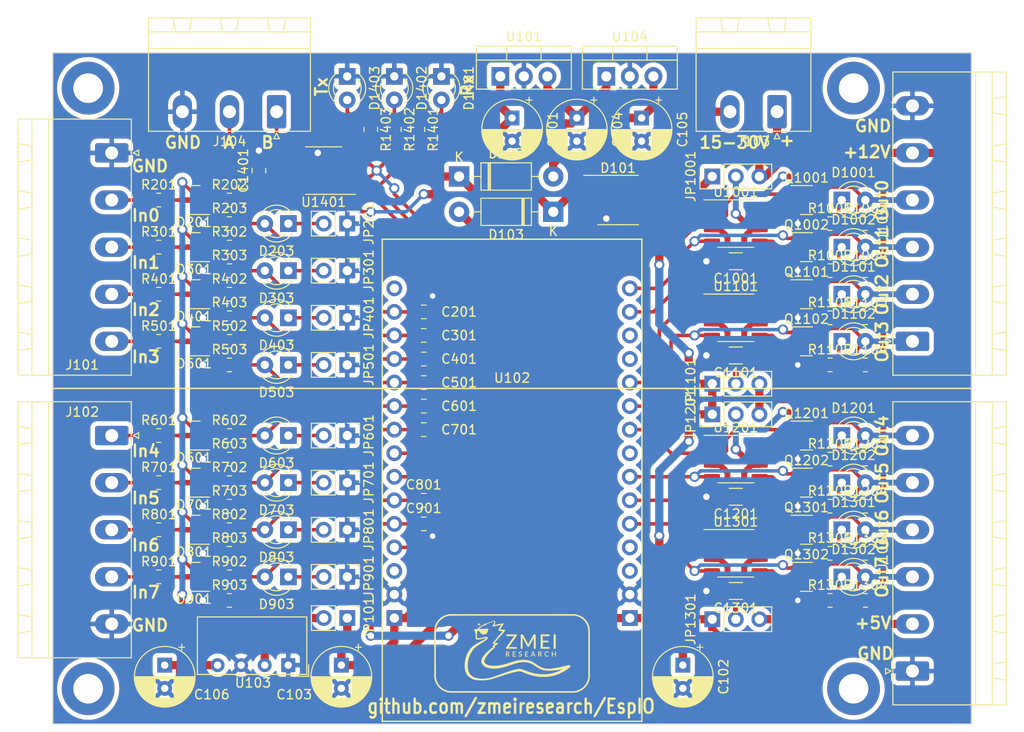
<source format=kicad_pcb>
(kicad_pcb (version 20221018) (generator pcbnew)
  (layers (0 "F.Cu" signal) (31 "B.Cu" signal) (34 "B.Paste" user) (35 "F.Paste" user) (36 "B.SilkS" user "B.Silkscreen") (37 "F.SilkS" user "F.Silkscreen") (38 "B.Mask" user) (39 "F.Mask" user) (44 "Edge.Cuts" user))
  (net 0 "")
  (net 1 "Net-(D101-+)")
  (net 2 "GND")
  (net 3 "+12V")
  (net 4 "+5V")
  (net 5 "+3.3V")
  (net 6 "Net-(D102-A)")
  (net 7 "/DI0_")
  (net 8 "/DI1_")
  (net 9 "/DI2_")
  (net 10 "/DI3_")
  (net 11 "/DI4_")
  (net 12 "/DI5_")
  (net 13 "/DI6_")
  (net 14 "/DI7_")
  (net 15 "Net-(JP1001-C)")
  (net 16 "Net-(JP1101-C)")
  (net 17 "Net-(JP1201-C)")
  (net 18 "Net-(JP1301-C)")
  (net 19 "Net-(D201-COM)")
  (net 20 "Net-(D203-K)")
  (net 21 "Net-(D301-COM)")
  (net 22 "Net-(D303-K)")
  (net 23 "Net-(D401-COM)")
  (net 24 "Net-(D403-K)")
  (net 25 "Net-(D501-COM)")
  (net 26 "Net-(D503-K)")
  (net 27 "Net-(D601-COM)")
  (net 28 "Net-(D603-K)")
  (net 29 "Net-(D701-COM)")
  (net 30 "Net-(D703-K)")
  (net 31 "Net-(D801-COM)")
  (net 32 "Net-(D803-K)")
  (net 33 "Net-(D901-COM)")
  (net 34 "Net-(D903-K)")
  (net 35 "Net-(D1001-K)")
  (net 36 "Net-(D1002-K)")
  (net 37 "Net-(D1101-K)")
  (net 38 "Net-(D1102-K)")
  (net 39 "Net-(D1201-K)")
  (net 40 "Net-(D1202-K)")
  (net 41 "Net-(D1301-K)")
  (net 42 "Net-(D1302-K)")
  (net 43 "/DO0_")
  (net 44 "/DO1_")
  (net 45 "/DO2_")
  (net 46 "/RS485/A")
  (net 47 "/RS485/B")
  (net 48 "/DO3_")
  (net 49 "/DO4_")
  (net 50 "/DO5_")
  (net 51 "/DO6_")
  (net 52 "/DO7_")
  (net 53 "/Rx")
  (net 54 "/Tx{slash}~Rx")
  (net 55 "/Tx")
  (net 56 "Net-(D103-A)")
  (net 57 "Net-(J103-Pin_2)")
  (net 58 "Net-(J103-Pin_1)")
  (net 59 "Net-(JP101-B)")
  (net 70 "Net-(D1401-A)")
  (net 71 "Net-(D1402-A)")
  (net 72 "Net-(D1403-A)")
  (net 78 "/DO0")
  (net 79 "/DO1")
  (net 80 "/DO2")
  (net 81 "/DO3")
  (net 82 "/DO4")
  (net 83 "/DO5")
  (net 84 "/DO6")
  (net 85 "/DO7")
  (net 86 "/DI0")
  (net 87 "/DI1")
  (net 88 "/DI2")
  (net 89 "/DI3")
  (net 90 "/DI4")
  (net 91 "/DI5")
  (net 92 "/DI6")
  (net 93 "/DI7")
  (footprint "Connector_PinHeader_2.54mm:PinHeader_1x02_P2.54mm_Vertical" (layer "F.Cu") (at 82.55 126.365 -90)
    (fp_text reference "JP701")
    (fp_text value "Jumper_2_Open")
  )
  (footprint "Package_TO_SOT_SMD:SOT-23" (layer "F.Cu") (at 132.08 136.525)
    (fp_text reference "Q1302")
    (fp_text value "BCR141")
  )
  (footprint "Resistor_SMD:R_0805_2012Metric" (layer "F.Cu") (at 138.43 139.065)
    (fp_text reference "R1304")
    (fp_text value "1k")
  )
  (footprint "Package_TO_SOT_SMD:SOT-23" (layer "F.Cu") (at 132.08 131.445)
    (fp_text reference "Q1301")
    (fp_text value "BCR141")
  )
  (footprint "Resistor_SMD:R_0805_2012Metric" (layer "F.Cu") (at 134.62 113.665)
    (fp_text reference "R1102")
    (fp_text value "1k")
  )
  (footprint "Package_TO_SOT_THT:TO-220-3_Vertical" (layer "F.Cu") (at 110.49 82.55)
    (fp_text reference "U104")
    (fp_text value "LM7805_TO220")
  )
  (footprint "Resistor_SMD:R_0805_2012Metric" (layer "F.Cu") (at 69.85 113.665)
    (fp_text reference "R503")
    (fp_text value "22k")
  )
  (footprint "Package_TO_SOT_SMD:SOT-23" (layer "F.Cu") (at 132.08 106.045)
    (fp_text reference "Q1101")
    (fp_text value "BCR141")
  )
  (footprint "LED_THT:LED_D3.0mm" (layer "F.Cu") (at 87.63 82.545 -90)
    (fp_text reference "D1402")
    (fp_text value "TE")
  )
  (footprint "Package_TO_SOT_SMD:SOT-23" (layer "F.Cu") (at 132.08 100.965)
    (fp_text reference "Q1002")
    (fp_text value "BCR141")
  )
  (footprint "Resistor_SMD:R_0805_2012Metric" (layer "F.Cu") (at 69.85 131.445)
    (fp_text reference "R802")
    (fp_text value "1k")
  )
  (footprint "Connector_PinHeader_2.54mm:PinHeader_1x03_P2.54mm_Vertical" (layer "F.Cu") (at 121.92 118.999 90)
    (fp_text reference "JP1201")
    (fp_text value "Jumper_3_Open")
  )
  (footprint "Connector_PinHeader_2.54mm:PinHeader_1x03_P2.54mm_Vertical" (layer "F.Cu") (at 121.92 115.697 90)
    (fp_text reference "JP1101")
    (fp_text value "Jumper_3_Open")
  )
  (footprint "Capacitor_SMD:C_0805_2012Metric" (layer "F.Cu") (at 90.805 113.03)
    (fp_text reference "C401")
    (fp_text value "10nF")
  )
  (footprint "Resistor_SMD:R_0805_2012Metric" (layer "F.Cu") (at 69.85 123.825)
    (fp_text reference "R603")
    (fp_text value "22k")
  )
  (footprint "Connector_PinHeader_2.54mm:PinHeader_1x02_P2.54mm_Vertical" (layer "F.Cu") (at 82.55 113.665 -90)
    (fp_text reference "JP501")
    (fp_text value "Jumper_2_Open")
  )
  (footprint "Connector_PinHeader_2.54mm:PinHeader_1x02_P2.54mm_Vertical" (layer "F.Cu") (at 82.55 131.445 -90)
    (fp_text reference "JP801")
    (fp_text value "Jumper_2_Open")
  )
  (footprint "Package_SO:SO-8_3.9x4.9mm_P1.27mm" (layer "F.Cu") (at 124.46 123.825)
    (fp_text reference "U1201")
    (fp_text value "TC4427")
  )
  (footprint "Capacitor_SMD:C_0805_2012Metric" (layer "F.Cu") (at 73.025 92.71 90)
    (fp_text reference "C1401")
    (fp_text value "100nF")
  )
  (footprint "Package_SO:SO-8_3.9x4.9mm_P1.27mm" (layer "F.Cu") (at 80.01 92.71 180)
    (fp_text reference "U1401")
    (fp_text value "SN75176AP")
  )
  (footprint "MountingHole:MountingHole_3.2mm_M3_ISO7380_Pad" (layer "F.Cu") (at 137.16 148.59)
    (fp_text reference "H104" hide)
    (fp_text value "MountingHole")
  )
  (footprint "Package_TO_SOT_SMD:SOT-23" (layer "F.Cu") (at 66.04 95.885 180)
    (fp_text reference "D201")
    (fp_text value "BAT54S")
  )
  (footprint "Resistor_SMD:R_0805_2012Metric" (layer "F.Cu") (at 90.17 88.265 -90)
    (fp_text reference "R1401")
    (fp_text value "1k")
  )
  (footprint "Connector_Phoenix_MSTB:PhoenixContact_MSTBA_2,5_5-G-5,08_1x05_P5.08mm_Horizontal" (layer "F.Cu") (at 57.15 90.805 -90)
    (fp_text reference "J101")
    (fp_text value "2EDGR-5.08-05P-14-00AH")
  )
  (footprint "Resistor_SMD:R_0805_2012Metric" (layer "F.Cu") (at 62.23 111.125)
    (fp_text reference "R501")
    (fp_text value "2.2k")
  )
  (footprint "Resistor_SMD:R_0805_2012Metric" (layer "F.Cu") (at 138.43 103.505)
    (fp_text reference "R1004")
    (fp_text value "1k")
  )
  (footprint "Resistor_SMD:R_0805_2012Metric" (layer "F.Cu") (at 134.62 123.825)
    (fp_text reference "R1201")
    (fp_text value "1k")
  )
  (footprint "Resistor_SMD:R_0805_2012Metric" (layer "F.Cu") (at 69.85 121.285)
    (fp_text reference "R602")
    (fp_text value "1k")
  )
  (footprint "Resistor_SMD:R_0805_2012Metric" (layer "F.Cu") (at 134.62 128.905)
    (fp_text reference "R1202")
    (fp_text value "1k")
  )
  (footprint "LED_THT:LED_D3.0mm" (layer "F.Cu") (at 76.2 126.365 180)
    (fp_text reference "D703")
    (fp_text value "LED")
  )
  (footprint "LED_THT:LED_D3.0mm" (layer "F.Cu") (at 82.55 82.55 -90)
    (fp_text reference "D1403")
    (fp_text value "Tx")
  )
  (footprint "MountingHole:MountingHole_3.2mm_M3_ISO7380_Pad" (layer "F.Cu") (at 137.16 83.82)
    (fp_text reference "H103" hide)
    (fp_text value "MountingHole")
  )
  (footprint "Capacitor_SMD:C_0805_2012Metric" (layer "F.Cu") (at 90.805 115.57)
    (fp_text reference "C501")
    (fp_text value "10nF")
  )
  (footprint "Connector_PinHeader_2.54mm:PinHeader_1x02_P2.54mm_Vertical" (layer "F.Cu") (at 82.55 121.285 -90)
    (fp_text reference "JP601")
    (fp_text value "Jumper_2_Open")
  )
  (footprint "Connector_Phoenix_MSTB:PhoenixContact_MSTBA_2,5_2-G-5,08_1x02_P5.08mm_Horizontal" (layer "F.Cu") (at 128.905 86.36 180)
    (fp_text reference "J103")
    (fp_text value "Screw_Terminal_01x02")
  )
  (footprint "LED_THT:LED_D3.0mm" (layer "F.Cu") (at 76.2 108.585 180)
    (fp_text reference "D403")
    (fp_text value "LED")
  )
  (footprint "Resistor_SMD:R_0805_2012Metric" (layer "F.Cu") (at 69.85 133.985)
    (fp_text reference "R803")
    (fp_text value "22k")
  )
  (footprint "Connector_PinHeader_2.54mm:PinHeader_1x02_P2.54mm_Vertical" (layer "F.Cu") (at 82.55 108.585 -90)
    (fp_text reference "JP401")
    (fp_text value "Jumper_2_Open")
  )
  (footprint "Package_TO_SOT_SMD:SOT-23" (layer "F.Cu") (at 66.04 100.965 180)
    (fp_text reference "D301")
    (fp_text value "BAT54S")
  )
  (footprint "Connector_PinHeader_2.54mm:PinHeader_1x03_P2.54mm_Vertical" (layer "F.Cu") (at 121.92 93.345 90)
    (fp_text reference "JP1001")
    (fp_text value "Jumper_3_Open")
  )
  (footprint "Resistor_SMD:R_0805_2012Metric" (layer "F.Cu") (at 62.23 126.365)
    (fp_text reference "R701")
    (fp_text value "2.2k")
  )
  (footprint "Resistor_SMD:R_0805_2012Metric" (layer "F.Cu") (at 138.43 133.985)
    (fp_text reference "R1303")
    (fp_text value "1k")
  )
  (footprint "LED_THT:LED_D3.0mm" (layer "F.Cu") (at 76.2 98.425 180)
    (fp_text reference "D203")
    (fp_text value "LED")
  )
  (footprint "Capacitor_SMD:C_1206_3216Metric" (layer "F.Cu") (at 124.46 102.489 180)
    (fp_text reference "C1001")
    (fp_text value "10nF")
  )
  (footprint "Package_TO_SOT_SMD:SOT-23" (layer "F.Cu") (at 132.08 126.365)
    (fp_text reference "Q1202")
    (fp_text value "BCR141")
  )
  (footprint "Connector_PinHeader_2.54mm:PinHeader_1x02_P2.54mm_Vertical" (layer "F.Cu") (at 82.55 98.425 -90)
    (fp_text reference "JP201")
    (fp_text value "Jumper_2_Open")
  )
  (footprint "Connector_PinHeader_2.54mm:PinHeader_1x02_P2.54mm_Vertical" (layer "F.Cu") (at 82.55 103.505 -90)
    (fp_text reference "JP301")
    (fp_text value "Jumper_2_Open")
  )
  (footprint "Resistor_SMD:R_0805_2012Metric" (layer "F.Cu") (at 87.63 88.265 -90)
    (fp_text reference "R1402")
    (fp_text value "1k")
  )
  (footprint "LED_THT:LED_D3.0mm" (layer "F.Cu") (at 135.89 121.285)
    (fp_text reference "D1201")
    (fp_text value "LED")
  )
  (footprint "Connector_Phoenix_MSTB:PhoenixContact_MSTBA_2,5_3-G-5,08_1x03_P5.08mm_Horizontal" (layer "F.Cu") (at 74.93 86.36 180)
    (fp_text reference "J104")
    (fp_text value "Screw_Terminal_01x03")
  )
  (footprint "Connector_PinHeader_2.54mm:PinHeader_1x02_P2.54mm_Vertical" (layer "F.Cu") (at 82.555 140.97 -90)
    (fp_text reference "JP101")
    (fp_text value "Jumper_2_Open")
  )
  (footprint "Resistor_SMD:R_0805_2012Metric" (layer "F.Cu") (at 69.85 106.045)
    (fp_text reference "R402")
    (fp_text value "1k")
  )
  (footprint "Resistor_SMD:R_0805_2012Metric" (layer "F.Cu") (at 62.23 95.885)
    (fp_text reference "R201")
    (fp_text value "2.2k")
  )
  (footprint "Resistor_SMD:R_0805_2012Metric" (layer "F.Cu") (at 69.85 98.425)
    (fp_text reference "R203")
    (fp_text value "22k")
  )
  (footprint "Resistor_SMD:R_0805_2012Metric" (layer "F.Cu") (at 69.85 111.125)
    (fp_text reference "R502")
    (fp_text value "1k")
  )
  (footprint "LED_THT:LED_D3.0mm" (layer "F.Cu") (at 76.2 113.665 180)
    (fp_text reference "D503")
    (fp_text value "LED")
  )
  (footprint "Capacitor_THT:CP_Radial_D6.3mm_P2.50mm" (layer "F.Cu") (at 107.315 87.035 -90)
    (fp_text reference "C104")
    (fp_text value "100uF/16V")
  )
  (footprint "Resistor_SMD:R_0805_2012Metric" (layer "F.Cu") (at 69.85 103.505)
    (fp_text reference "R303")
    (fp_text value "22k")
  )
  (footprint "Diode_THT:D_DO-41_SOD81_P10.16mm_Horizontal" (layer "F.Cu") (at 94.615 93.345)
    (fp_text reference "D102")
    (fp_text value "1N5818")
  )
  (footprint "Resistor_SMD:R_0805_2012Metric" (layer "F.Cu") (at 69.85 108.585)
    (fp_text reference "R403")
    (fp_text value "22k")
  )
  (footprint "Capacitor_SMD:C_1206_3216Metric" (layer "F.Cu") (at 124.46 138.049 180)
    (fp_text reference "C1301")
    (fp_text value "10nF")
  )
  (footprint "Package_TO_SOT_SMD:SOT-23" (layer "F.Cu") (at 132.08 111.125)
    (fp_text reference "Q1102")
    (fp_text value "BCR141")
  )
  (footprint "LED_THT:LED_D3.0mm" (layer "F.Cu") (at 76.2 136.525 180)
    (fp_text reference "D903")
    (fp_text value "LED")
  )
  (footprint "Package_TO_SOT_SMD:SOT-23" (layer "F.Cu") (at 66.04 126.365 180)
    (fp_text reference "D701")
    (fp_text value "BAT54S")
  )
  (footprint "Zmei_footprints:Converter_DCDC_AM1SS" (layer "F.Cu") (at 76.19 146.05 -90)
    (fp_text reference "U103")
    (fp_text value "AM1SS-0512SJZ")
  )
  (footprint "Capacitor_SMD:C_1206_3216Metric" (layer "F.Cu") (at 124.46 112.649 180)
    (fp_text reference "C1101")
    (fp_text value "10nF")
  )
  (footprint "Resistor_SMD:R_0805_2012Metric" (layer "F.Cu") (at 134.62 139.065)
    (fp_text reference "R1302")
    (fp_text value "1k")
  )
  (footprint "Package_TO_SOT_SMD:SOT-23" (layer "F.Cu") (at 66.04 121.285 180)
    (fp_text reference "D601")
    (fp_text value "BAT54S")
  )
  (footprint "Package_TO_SOT_SMD:SOT-23" (layer "F.Cu") (at 66.04 131.445 180)
    (fp_text reference "D801")
    (fp_text value "BAT54S")
  )
  (footprint "Capacitor_SMD:C_1206_3216Metric" (layer "F.Cu") (at 124.46 127.889 180)
    (fp_text reference "C1201")
    (fp_text value "10nF")
  )
  (footprint "Resistor_SMD:R_0805_2012Metric" (layer "F.Cu") (at 69.85 100.965)
    (fp_text reference "R302")
    (fp_text value "1k")
  )
  (footprint "Resistor_SMD:R_0805_2012Metric" (layer "F.Cu") (at 69.85 128.905)
    (fp_text reference "R703")
    (fp_text value "22k")
  )
  (footprint "Capacitor_SMD:C_0805_2012Metric" (layer "F.Cu") (at 90.805 128.27)
    (fp_text reference "C801")
    (fp_text value "10nF")
  )
  (footprint "Connector_PinHeader_2.54mm:PinHeader_1x03_P2.54mm_Vertical" (layer "F.Cu") (at 121.92 141.097 90)
    (fp_text reference "JP1301")
    (fp_text value "Jumper_3_Open")
  )
  (footprint "Connector_Phoenix_MSTB:PhoenixContact_MSTBA_2,5_6-G-5,08_1x06_P5.08mm_Horizontal" (layer "F.Cu") (at 143.51 146.685 90)
    (fp_text reference "J106")
    (fp_text value "Screw_Terminal_01x06")
  )
  (footprint "Capacitor_THT:CP_Radial_D6.3mm_P2.50mm" (layer "F.Cu") (at 81.915 146.05 -90)
    (fp_text reference "C103")
    (fp_text value "100uF/16V")
  )
  (footprint "Resistor_SMD:R_0805_2012Metric" (layer "F.Cu") (at 62.23 136.525)
    (fp_text reference "R901")
    (fp_text value "2.2k")
  )
  (footprint "Resistor_SMD:R_0805_2012Metric" (layer "F.Cu") (at 134.62 108.585)
    (fp_text reference "R1101")
    (fp_text value "1k")
  )
  (footprint "Resistor_SMD:R_0805_2012Metric" (layer "F.Cu") (at 85.09 88.265 -90)
    (fp_text reference "R1403")
    (fp_text value "1k")
  )
  (footprint "Package_TO_SOT_THT:TO-220-3_Vertical" (layer "F.Cu") (at 99.06 82.55)
    (fp_text reference "U101")
    (fp_text value "LM7812_TO220")
  )
  (footprint "Capacitor_THT:CP_Radial_D6.3mm_P2.50mm" (layer "F.Cu") (at 118.745 146.05 -90)
    (fp_text reference "C102")
    (fp_text value "100uF/16V")
  )
  (footprint "Package_SO:SO-8_3.9x4.9mm_P1.27mm" (layer "F.Cu") (at 124.46 133.985)
    (fp_text reference "U1301")
    (fp_text value "TC4427")
  )
  (footprint "Package_TO_SOT_SMD:SOT-23" (layer "F.Cu") (at 132.08 121.285)
    (fp_text reference "Q1201")
    (fp_text value "BCR141")
  )
  (footprint "LED_THT:LED_D3.0mm" (layer "F.Cu") (at 135.89 95.885)
    (fp_text reference "D1001")
    (fp_text value "LED")
  )
  (footprint "Package_SO:TSSOP-4_4.4x5mm_P4mm" (layer "F.Cu") (at 111.76 95.885)
    (fp_text reference "D101")
    (fp_text value "MDB10S")
  )
  (footprint "Resistor_SMD:R_0805_2012Metric" (layer "F.Cu") (at 134.62 98.425)
    (fp_text reference "R1001")
    (fp_text value "1k")
  )
  (footprint "LED_THT:LED_D3.0mm" (layer "F.Cu") (at 135.89 111.125)
    (fp_text reference "D1102")
    (fp_text value "LED")
  )
  (footprint "Capacitor_SMD:C_0805_2012Metric" (layer "F.Cu") (at 90.805 107.95)
    (fp_text reference "C201")
    (fp_text value "10nF")
  )
  (footprint "Resistor_SMD:R_0805_2012Metric" (layer "F.Cu") (at 134.62 133.985)
    (fp_text reference "R1301")
    (fp_text value "1k")
  )
  (footprint "Diode_THT:D_DO-41_SOD81_P10.16mm_Horizontal" (layer "F.Cu") (at 104.775 97.155 180)
    (fp_text reference "D103")
    (fp_text value "1N5818")
  )
  (footprint "Capacitor_THT:CP_Radial_D6.3mm_P2.50mm" (layer "F.Cu") (at 114.3 87.035 -90)
    (fp_text reference "C105")
    (fp_text value "100uF/16V")
  )
  (footprint "Resistor_SMD:R_0805_2012Metric" (layer "F.Cu") (at 138.43 128.905)
    (fp_text reference "R1204")
    (fp_text value "1k")
  )
  (footprint "Package_TO_SOT_SMD:SOT-23" (layer "F.Cu") (at 66.04 111.125 180)
    (fp_text reference "D501")
    (fp_text value "BAT54S")
  )
  (footprint "LED_THT:LED_D3.0mm" (layer "F.Cu") (at 135.89 126.365)
    (fp_text reference "D1202")
    (fp_text value "LED")
  )
  (footprint "Zmei_footprints:ESP32DevKit_30pin" (layer "F.Cu") (at 100.33 118.11 180)
    (fp_text reference "U102")
    (fp_text value "ESP32DevKit_30pin")
  )
  (footprint "Capacitor_SMD:C_0805_2012Metric" (layer "F.Cu") (at 90.805 120.65)
    (fp_text reference "C701")
    (fp_text value "10nF")
  )
  (footprint "Resistor_SMD:R_0805_2012Metric" (layer "F.Cu") (at 138.43 108.585)
    (fp_text reference "R1103")
    (fp_text value "1k")
  )
  (footprint "LED_THT:LED_D3.0mm" (layer "F.Cu") (at 92.71 82.55 -90)
    (fp_text reference "D1401")
    (fp_text value "Rx")
  )
  (footprint "MountingHole:MountingHole_3.2mm_M3_ISO7380_Pad" (layer "F.Cu") (at 54.61 148.59)
    (fp_text reference "H102" hide)
    (fp_text value "MountingHole")
  )
  (footprint "Capacitor_THT:CP_Radial_D6.3mm_P2.50mm" (layer "F.Cu") (at 100.33 87.035 -90)
    (fp_text reference "C101")
    (fp_text value "100uF/16V")
  )
  (footprint "Connector_Phoenix_MSTB:PhoenixContact_MSTBA_2,5_6-G-5,08_1x06_P5.08mm_Horizontal" (layer "F.Cu") (at 143.51 111.125 90)
    (fp_text reference "J105")
    (fp_text value "Screw_Terminal_01x06")
  )
  (footprint "Package_SO:SO-8_3.9x4.9mm_P1.27mm" (layer "F.Cu") (at 124.46 108.585)
    (fp_text reference "U1101")
    (fp_text value "TC4427")
  )
  (footprint "Resistor_SMD:R_0805_2012Metric" (layer "F.Cu") (at 138.43 98.425)
    (fp_text reference "R1003")
    (fp_text value "1k")
  )
  (footprint "Resistor_SMD:R_0805_2012Metric" (layer "F.Cu") (at 138.43 113.665)
    (fp_text reference "R1104")
    (fp_text value "1k")
  )
  (footprint "LED_THT:LED_D3.0mm" (layer "F.Cu") (at 76.2 131.445 180)
    (fp_text reference "D803")
    (fp_text value "LED")
  )
  (footprint "Resistor_SMD:R_0805_2012Metric" (layer "F.Cu") (at 62.23 100.965)
    (fp_text reference "R301")
    (fp_text value "2.2k")
  )
  (footprint "LED_THT:LED_D3.0mm" (layer "F.Cu") (at 135.89 100.965)
    (fp_text reference "D1002")
    (fp_text value "LED")
  )
  (footprint "Resistor_SMD:R_0805_2012Metric" (layer "F.Cu") (at 138.43 123.825)
    (fp_text reference "R1203")
    (fp_text value "1k")
  )
  (footprint "Resistor_SMD:R_0805_2012Metric" (layer "F.Cu") (at 69.85 95.885)
    (fp_text reference "R202")
    (fp_text value "1k")
  )
  (footprint "Capacitor_SMD:C_0805_2012Metric" (layer "F.Cu") (at 90.805 118.11)
    (fp_text reference "C601")
    (fp_text value "10nF")
  )
  (footprint "Package_TO_SOT_SMD:SOT-23" (layer "F.Cu") (at 66.04 136.525 180)
    (fp_text reference "D901")
    (fp_text value "BAT54S")
  )
  (footprint "LED_THT:LED_D3.0mm" (layer "F.Cu") (at 135.89 131.445)
    (fp_text reference "D1301")
    (fp_text value "LED")
  )
  (footprint "Resistor_SMD:R_0805_2012Metric" (layer "F.Cu") (at 62.23 106.045)
    (fp_text reference "R401")
    (fp_text value "2.2k")
  )
  (footprint "LED_THT:LED_D3.0mm" (layer "F.Cu") (at 135.89 106.045)
    (fp_text reference "D1101")
    (fp_text value "LED")
  )
  (footprint "Resistor_SMD:R_0805_2012Metric" (layer "F.Cu") (at 69.85 136.525)
    (fp_text reference "R902")
    (fp_text value "1k")
  )
  (footprint "Resistor_SMD:R_0805_2012Metric" (layer "F.Cu") (at 62.23 121.285)
    (fp_text reference "R601")
    (fp_text value "2.2k")
  )
  (footprint "LED_THT:LED_D3.0mm" (layer "F.Cu") (at 76.2 121.285 180)
    (fp_text reference "D603")
    (fp_text value "LED")
  )
  (footprint "Resistor_SMD:R_0805_2012Metric" (layer "F.Cu") (at 62.23 131.445)
    (fp_text reference "R801")
    (fp_text value "2.2k")
  )
  (footprint "Resistor_SMD:R_0805_2012Metric" (layer "F.Cu") (at 69.85 139.065)
    (fp_text reference "R903")
    (fp_text value "22k")
  )
  (footprint "Package_SO:SO-8_3.9x4.9mm_P1.27mm" (layer "F.Cu") (at 124.46 98.425)
    (fp_text reference "U1001")
    (fp_text value "TC4427")
  )
  (footprint "Capacitor_SMD:C_0805_2012Metric" (layer "F.Cu") (at 90.805 110.49)
    (fp_text reference "C301")
    (fp_text value "10nF")
  )
  (footprint "Package_TO_SOT_SMD:SOT-23" (layer "F.Cu") (at 132.08 95.885)
    (fp_text reference "Q1001")
    (fp_text value "BCR141")
  )
  (footprint "Connector_PinHeader_2.54mm:PinHeader_1x02_P2.54mm_Vertical" (layer "F.Cu") (at 82.55 136.525 -90)
    (fp_text reference "JP901")
    (fp_text value "Jumper_2_Open")
  )
  (footprint "MountingHole:MountingHole_3.2mm_M3_ISO7380_Pad" (layer "F.Cu") (at 54.61 83.82)
    (fp_text reference "H101" hide)
    (fp_text value "MountingHole")
  )
  (footprint "Capacitor_THT:CP_Radial_D6.3mm_P2.50mm" (layer "F.Cu") (at 62.865 146.05 -90)
    (fp_text reference "C106")
    (fp_text value "22uF/25V")
  )
  (footprint "Package_TO_SOT_SMD:SOT-23" (layer "F.Cu") (at 66.04 106.045 180)
    (fp_text reference "D401")
    (fp_text value "BAT54S")
  )
  (footprint "Zmei_footprints:Zmei-logo-small-inverted_silk" (layer "F.Cu") (at 100.33 144.78)
    (fp_text reference "G***" hide)
    (fp_text value "Zmei-logo-small-inverted_silk" hide)
  )
  (footprint "LED_THT:LED_D3.0mm" (layer "F.Cu") (at 135.89 136.525)
    (fp_text reference "D1302")
    (fp_text value "LED")
  )
  (footprint "Capacitor_SMD:C_0805_2012Metric" (layer "F.Cu") (at 90.805 130.81)
    (fp_text reference "C901")
    (fp_text value "10nF")
  )
  (footprint "Connector_Phoenix_MSTB:PhoenixContact_MSTBA_2,5_5-G-5,08_1x05_P5.08mm_Horizontal" (layer "F.Cu") (at 57.15 121.285 -90)
    (fp_text reference "J102")
    (fp_text value "2EDGR-5.08-05P-14-00AH")
  )
  (footprint "LED_THT:LED_D3.0mm" (layer "F.Cu") (at 76.2 103.505 180)
    (fp_text reference "D303")
    (fp_text value "LED")
  )
  (footprint "Resistor_SMD:R_0805_2012Metric" (layer "F.Cu") (at 69.85 126.365)
    (fp_text reference "R702")
    (fp_text value "1k")
  )
  (footprint "Resistor_SMD:R_0805_2012Metric" (layer "F.Cu") (at 134.62 103.505)
    (fp_text reference "R1002")
    (fp_text value "1k")
  )
  (gr_line (start 50.8 116.205) (end 149.86 116.205) (stroke (width 0.15)) (layer "F.SilkS"))
  (gr_line (start 50.8 152.4) (end 149.86 152.4) (stroke (width 0.1)) (layer "Edge.Cuts"))
  (gr_line (start 50.8 80.01) (end 50.8 152.4) (stroke (width 0.1)) (layer "Edge.Cuts"))
  (gr_line (start 149.86 152.4) (end 149.86 80.01) (stroke (width 0.1)) (layer "Edge.Cuts"))
  (gr_line (start 149.86 80.01) (end 50.8 80.01) (stroke (width 0.1)) (layer "Edge.Cuts"))
  (gr_text "Out4" (at 140.97 123.698 90) (layer "F.SilkS") (effects (font (size 1.27 1.27) (thickness 0.254) bold) (justify left bottom)))
  (gr_text "Out2" (at 140.97 108.458 90) (layer "F.SilkS") (effects (font (size 1.27 1.27) (thickness 0.254) bold) (justify left bottom)))
  (gr_text "GND" (at 62.738 90.424) (layer "F.SilkS") (effects (font (size 1.27 1.27) (thickness 0.254) bold) (justify left bottom)))
  (gr_text "+12V" (at 135.89 91.44) (layer "F.SilkS") (effects (font (size 1.27 1.27) (thickness 0.254) bold) (justify left bottom)))
  (gr_text "GND" (at 137.16 88.646) (layer "F.SilkS") (effects (font (size 1.27 1.27) (thickness 0.254) bold) (justify left bottom)))
  (gr_text "Rx" (at 96.266 84.836 90) (layer "F.SilkS") (effects (font (size 1.27 1.27) (thickness 0.254) bold) (justify left bottom)))
  (gr_text "github.com/zmeiresearch/EspIO" (at 84.582 151.384) (layer "F.SilkS") (effects (font (size 1.524 1.27) (thickness 0.254) bold) (justify left bottom)))
  (gr_text "In7" (at 59.182 138.938) (layer "F.SilkS") (effects (font (size 1.27 1.27) (thickness 0.254) bold) (justify left bottom)))
  (gr_text "GND" (at 137.414 145.542) (layer "F.SilkS") (effects (font (size 1.27 1.27) (thickness 0.254) bold) (justify left bottom)))
  (gr_text "15-30V" (at 120.396 90.424) (layer "F.SilkS") (effects (font (size 1.27 1.27) (thickness 0.254) bold) (justify left bottom)))
  (gr_text "GND" (at 59.182 92.964) (layer "F.SilkS") (effects (font (size 1.27 1.27) (thickness 0.254) bold) (justify left bottom)))
  (gr_text "In2" (at 59.182 108.458) (layer "F.SilkS") (effects (font (size 1.27 1.27) (thickness 0.254) bold) (justify left bottom)))
  (gr_text "In5" (at 59.182 128.778) (layer "F.SilkS") (effects (font (size 1.27 1.27) (thickness 0.254) bold) (justify left bottom)))
  (gr_text "Out1" (at 140.97 103.378 90) (layer "F.SilkS") (effects (font (size 1.27 1.27) (thickness 0.254) bold) (justify left bottom)))
  (gr_text "In0" (at 59.182 98.298) (layer "F.SilkS") (effects (font (size 1.27 1.27) (thickness 0.254) bold) (justify left bottom)))
  (gr_text "Out7" (at 140.97 138.938 90) (layer "F.SilkS") (effects (font (size 1.27 1.27) (thickness 0.254) bold) (justify left bottom)))
  (gr_text "Out6" (at 140.97 133.858 90) (layer "F.SilkS") (effects (font (size 1.27 1.27) (thickness 0.254) bold) (justify left bottom)))
  (gr_text "+" (at 129.032 90.17) (layer "F.SilkS") (effects (font (size 1.27 1.27) (thickness 0.254) bold) (justify left bottom)))
  (gr_text "In4" (at 59.182 123.698) (layer "F.SilkS") (effects (font (size 1.27 1.27) (thickness 0.254) bold) (justify left bottom)))
  (gr_text "Out0" (at 140.97 98.298 90) (layer "F.SilkS") (effects (font (size 1.27 1.27) (thickness 0.254) bold) (justify left bottom)))
  (gr_text "B" (at 73.152 90.424) (layer "F.SilkS") (effects (font (size 1.27 1.27) (thickness 0.254) bold) (justify left bottom)))
  (gr_text "In3" (at 59.182 113.538) (layer "F.SilkS") (effects (font (size 1.27 1.27) (thickness 0.254) bold) (justify left bottom)))
  (gr_text "Out5" (at 140.97 128.778 90) (layer "F.SilkS") (effects (font (size 1.27 1.27) (thickness 0.254) bold) (justify left bottom)))
  (gr_text "In6" (at 59.182 133.858) (layer "F.SilkS") (effects (font (size 1.27 1.27) (thickness 0.254) bold) (justify left bottom)))
  (gr_text "Out3" (at 140.97 113.538 90) (layer "F.SilkS") (effects (font (size 1.27 1.27) (thickness 0.254) bold) (justify left bottom)))
  (gr_text "Tx" (at 80.518 84.836 90) (layer "F.SilkS") (effects (font (size 1.27 1.27) (thickness 0.254) bold) (justify left bottom)))
  (gr_text "GND" (at 59.182 142.494) (layer "F.SilkS") (effects (font (size 1.27 1.27) (thickness 0.254) bold) (justify left bottom)))
  (gr_text "In1" (at 59.182 103.378) (layer "F.SilkS") (effects (font (size 1.27 1.27) (thickness 0.254) bold) (justify left bottom)))
  (gr_text "A" (at 69.088 90.424) (layer "F.SilkS") (effects (font (size 1.27 1.27) (thickness 0.254) bold) (justify left bottom)))
  (gr_text "+5V" (at 137.16 142.24) (layer "F.SilkS") (effects (font (size 1.27 1.27) (thickness 0.254) bold) (justify left bottom)))
  (segment (start 98.425 88.94) (end 98.425 94.615) (width 0.889) (layer "F.Cu") (net 1))
  (segment (start 98.425 94.615) (end 103.124 99.314) (width 0.889) (layer "F.Cu") (net 1))
  (segment (start 100.33 87.035) (end 98.425 88.94) (width 0.889) (layer "F.Cu") (net 1))
  (segment (start 99.06 82.55) (end 99.06 85.765) (width 0.889) (layer "F.Cu") (net 1))
  (segment (start 106.934 97.028) (end 108.204 95.758) (width 0.889) (layer "F.Cu") (net 1))
  (segment (start 99.06 85.765) (end 100.33 87.035) (width 0.889) (layer "F.Cu") (net 1))
  (segment (start 106.426 99.314) (end 106.934 98.806) (width 0.889) (layer "F.Cu") (net 1))
  (segment (start 108.204 94.5035) (end 108.8225 93.885) (width 0.889) (layer "F.Cu") (net 1))
  (segment (start 106.934 98.806) (end 106.934 97.028) (width 0.889) (layer "F.Cu") (net 1))
  (segment (start 108.204 95.758) (end 108.204 94.5035) (width 0.889) (layer "F.Cu") (net 1))
  (segment (start 103.124 99.314) (end 106.426 99.314) (width 0.889) (layer "F.Cu") (net 1))
  (segment (start 122.759999 134.62) (end 123.56 135.420001) (width 0.635) (layer "F.Cu") (net 2))
  (segment (start 68.9375 123.825) (end 66.9775 123.825) (width 0.381) (layer "F.Cu") (net 2))
  (segment (start 68.9375 113.665) (end 66.9775 113.665) (width 0.381) (layer "F.Cu") (net 2))
  (segment (start 91.755 130.81) (end 91.755 132.141) (width 0.381) (layer "F.Cu") (net 2))
  (segment (start 133.7075 108.585) (end 131.191 108.585) (width 0.381) (layer "F.Cu") (net 2))
  (segment (start 121.885 109.22) (end 122.759999 109.22) (width 0.635) (layer "F.Cu") (net 2))
  (segment (start 66.9775 108.585) (end 66.9775 106.995) (width 0.381) (layer "F.Cu") (net 2))
  (segment (start 122.985 112.649) (end 121.285 112.649) (width 0.635) (layer "F.Cu") (net 2))
  (segment (start 66.9775 128.905) (end 66.9775 127.315) (width 0.381) (layer "F.Cu") (net 2))
  (segment (start 133.7075 98.425) (end 131.191 98.425) (width 0.381) (layer "F.Cu") (net 2))
  (segment (start 131.1425 127.315) (end 131.1425 128.905) (width 0.381) (layer "F.Cu") (net 2))
  (segment (start 66.9775 113.665) (end 66.9775 112.075) (width 0.381) (layer "F.Cu") (net 2))
  (segment (start 73.025 91.76) (end 73.025 90.551) (width 0.508) (layer "F.Cu") (net 2))
  (segment (start 68.9375 108.585) (end 66.9775 108.585) (width 0.381) (layer "F.Cu") (net 2))
  (segment (start 66.9775 123.825) (end 66.9775 122.235) (width 0.381) (layer "F.Cu") (net 2))
  (segment (start 66.9775 103.505) (end 66.9775 101.915) (width 0.381) (layer "F.Cu") (net 2))
  (segment (start 77.435 90.805) (end 79.375 90.805) (width 0.508) (layer "F.Cu") (net 2))
  (segment (start 68.9375 128.905) (end 66.9775 128.905) (width 0.381) (layer "F.Cu") (net 2))
  (segment (start 123.56 101.914) (end 122.985 102.489) (width 0.635) (layer "F.Cu") (net 2))
  (segment (start 68.9375 139.065) (end 66.9775 139.065) (width 0.381) (layer "F.Cu") (net 2))
  (segment (start 122.985 127.889) (end 121.285 127.889) (width 0.635) (layer "F.Cu") (net 2))
  (segment (start 123.56 110.020001) (end 123.56 112.074) (width 0.635) (layer "F.Cu") (net 2))
  (segment (start 131.191 98.425) (end 131.1425 98.425) (width 0.381) (layer "F.Cu") (net 2))
  (segment (start 108.8225 97.885) (end 110.49 97.885) (width 0.889) (layer "F.Cu") (net 2))
  (segment (start 131.1425 106.995) (end 131.1425 108.585) (width 0.381) (layer "F.Cu") (net 2))
  (segment (start 66.9775 139.065) (end 66.9775 137.475) (width 0.381) (layer "F.Cu") (net 2))
  (segment (start 121.885 99.06) (end 122.759999 99.06) (width 0.635) (layer "F.Cu") (net 2))
  (segment (start 131.1425 112.075) (end 131.1425 113.665) (width 0.381) (layer "F.Cu") (net 2))
  (segment (start 131.1425 137.475) (end 131.1425 139.065) (width 0.381) (layer "F.Cu") (net 2))
  (segment (start 91.755 106.299) (end 91.755 106.233) (width 0.381) (layer "F.Cu") (net 2))
  (segment (start 123.56 137.474) (end 122.985 138.049) (width 0.635) (layer "F.Cu") (net 2))
  (segment (start 122.759999 109.22) (end 123.56 110.020001) (width 0.635) (layer "F.Cu") (net 2))
  (segment (start 133.7075 123.825) (end 131.191 123.825) (width 0.381) (layer "F.Cu") (net 2))
  (segment (start 133.7075 133.985) (end 131.191 133.985) (width 0.381) (layer "F.Cu") (net 2))
  (segment (start 133.7075 139.065) (end 131.191 139.065) (width 0.381) (layer "F.Cu") (net 2))
  (segment (start 68.9375 133.985) (end 66.9775 133.985) (width 0.381) (layer "F.Cu") (net 2))
  (segment (start 131.1425 96.835) (end 131.1425 98.425) (width 0.381) (layer "F.Cu") (net 2))
  (segment (start 66.9775 98.425) (end 66.9775 96.835) (width 0.381) (layer "F.Cu") (net 2))
  (segment (start 131.1425 122.235) (end 131.1425 123.825) (width 0.381) (layer "F.Cu") (net 2))
  (segment (start 121.885 134.62) (end 122.759999 134.62) (width 0.635) (layer "F.Cu") (net 2))
  (segment (start 122.759999 99.06) (end 123.56 99.860001) (width 0.635) (layer "F.Cu") (net 2))
  (segment (start 122.985 102.489) (end 121.285 102.489) (width 0.635) (layer "F.Cu") (net 2))
  (segment (start 68.9375 98.425) (end 66.9775 98.425) (width 0.381) (layer "F.Cu") (net 2))
  (segment (start 133.7075 128.905) (end 131.191 128.905) (width 0.381) (layer "F.Cu") (net 2))
  (segment (start 123.56 135.420001) (end 123.56 137.474) (width 0.635) (layer "F.Cu") (net 2))
  (segment (start 121.885 124.46) (end 122.759999 124.46) (width 0.635) (layer "F.Cu") (net 2))
  (segment (start 123.56 127.314) (end 122.985 127.889) (width 0.635) (layer "F.Cu") (net 2))
  (segment (start 66.9775 133.985) (end 66.9775 132.395) (width 0.381) (layer "F.Cu") (net 2))
  (segment (start 122.985 138.049) (end 121.285 138.049) (width 0.635) (layer "F.Cu") (net 2))
  (segment (start 122.759999 124.46) (end 123.56 125.260001) (width 0.635) (layer "F.Cu") (net 2))
  (segment (start 131.1425 132.395) (end 131.1425 133.985) (width 0.381) (layer "F.Cu") (net 2))
  (segment (start 91.755 120.65) (end 91.755 106.233) (width 0.508) (layer "F.Cu") (net 2))
  (segment (start 68.9375 103.505) (end 66.9775 103.505) (width 0.381) (layer "F.Cu") (net 2))
  (segment (start 123.56 99.860001) (end 123.56 101.914) (width 0.635) (layer "F.Cu") (net 2))
  (segment (start 123.56 112.074) (end 122.985 112.649) (width 0.635) (layer "F.Cu") (net 2))
  (segment (start 123.56 125.260001) (end 123.56 127.314) (width 0.635) (layer "F.Cu") (net 2))
  (segment (start 133.7075 113.665) (end 131.191 113.665) (width 0.381) (layer "F.Cu") (net 2))
  (segment (start 131.1425 101.915) (end 131.1425 103.505) (width 0.381) (layer "F.Cu") (net 2))
  (segment (start 133.7075 103.505) (end 131.191 103.505) (width 0.381) (layer "F.Cu") (net 2))
  (segment (start 91.755 128.27) (end 91.755 132.141) (width 0.508) (layer "F.Cu") (net 2))
  (via (at 121.285 102.489) (size 1.1) (drill 0.7) (layers "F.Cu" "B.Cu") (net 2))
  (via (at 131.1425 108.585) (size 1.1) (drill 0.6) (layers "F.Cu" "B.Cu") (net 2))
  (via (at 79.375 90.805) (size 1.1) (drill 0.7) (layers "F.Cu" "B.Cu") (net 2))
  (via (at 110.49 97.885) (size 1.1) (drill 0.7) (layers "F.Cu" "B.Cu") (net 2))
  (via (at 121.285 127.889) (size 1.1) (drill 0.7) (layers "F.Cu" "B.Cu") (net 2))
  (via (at 131.1425 133.985) (size 1.1) (drill 0.6) (layers "F.Cu" "B.Cu") (net 2))
  (via (at 66.9775 103.505) (size 1.1) (drill 0.7) (layers "F.Cu" "B.Cu") (net 2))
  (via (at 131.1425 123.825) (size 1.1) (drill 0.6) (layers "F.Cu" "B.Cu") (net 2))
  (via (at 66.9775 128.905) (size 1.1) (drill 0.7) (layers "F.Cu" "B.Cu") (net 2))
  (via (at 121.285 112.649) (size 1.1) (drill 0.7) (layers "F.Cu" "B.Cu") (net 2))
  (via (at 131.1425 128.905) (size 1.1) (drill 0.6) (layers "F.Cu" "B.Cu") (net 2))
  (via (at 66.9775 133.985) (size 1.1) (drill 0.7) (layers "F.Cu" "B.Cu") (net 2))
  (via (at 66.9775 98.425) (size 1.1) (drill 0.7) (layers "F.Cu" "B.Cu") (net 2))
  (via (at 66.9775 123.825) (size 1.1) (drill 0.7) (layers "F.Cu" "B.Cu") (net 2))
  (via (at 91.755 132.141) (size 1.1) (drill 0.6) (layers "F.Cu" "B.Cu") (net 2))
  (via (at 66.9775 113.665) (size 1.1) (drill 0.7) (layers "F.Cu" "B.Cu") (net 2))
  (via (at 131.1425 113.665) (size 1.1) (drill 0.6) (layers "F.Cu" "B.Cu") (net 2))
  (via (at 73.025 90.551) (size 1.1) (drill 0.7) (layers "F.Cu" "B.Cu") (net 2))
  (via (at 91.755 106.233) (size 1.1) (drill 0.6) (layers "F.Cu" "B.Cu") (net 2))
  (via (at 66.9775 139.065) (size 1.1) (drill 0.7) (layers "F.Cu" "B.Cu") (net 2))
  (via (at 131.1425 103.505) (size 1.1) (drill 0.6) (layers "F.Cu" "B.Cu") (net 2))
  (via (at 121.285 138.049) (size 1.1) (drill 0.7) (layers "F.Cu" "B.Cu") (net 2))
  (via (at 131.1425 139.065) (size 1.1) (drill 0.6) (layers "F.Cu" "B.Cu") (net 2))
  (via (at 66.9775 108.585) (size 1.1) (drill 0.7) (layers "F.Cu" "B.Cu") (net 2))
  (via (at 131.1425 98.425) (size 1.1) (drill 0.6) (layers "F.Cu" "B.Cu") (net 2))
  (segment (start 145.415 139.065) (end 146.685 137.795) (width 0.889) (layer "F.Cu") (net 3))
  (segment (start 140.97 116.205) (end 146.685 116.205) (width 0.889) (layer "F.Cu") (net 3))
  (segment (start 119.761 93.726) (end 119.761 91.821) (width 0.889) (layer "F.Cu") (net 3))
  (segment (start 113.538 99.314) (end 113.665 99.441) (width 0.889) (layer "F.Cu") (net 3))
  (segment (start 115.951 99.441) (end 117.1575 98.2345) (width 0.889) (layer "F.Cu") (net 3))
  (segment (start 146.685 137.795) (end 146.685 116.205) (width 0.889) (layer "F.Cu") (net 3))
  (segment (start 127.635 93.345) (end 130.175 90.805) (width 0.889) (layer "F.Cu") (net 3))
  (segment (start 129.032 141.097) (end 130.175 142.24) (width 0.889) (layer "F.Cu") (net 3))
  (segment (start 112.395 98.171) (end 113.538 99.314) (width 0.889) (layer "F.Cu") (net 3))
  (segment (start 146.05 90.805) (end 146.685 91.44) (width 0.889) (layer "F.Cu") (net 3))
  (segment (start 117.1575 98.2345) (end 117.348 98.044) (width 0.889) (layer "F.Cu") (net 3))
  (segment (start 112.395 97.028) (end 112.395 98.171) (width 0.889) (layer "F.Cu") (net 3))
  (segment (start 114.554 99.441) (end 115.57 99.441) (width 0.889) (layer "F.Cu") (net 3))
  (segment (start 127 117.348) (end 127 118.999) (width 0.889) (layer "F.Cu") (net 3))
  (segment (start 138.43 142.24) (end 141.605 139.065) (width 0.889) (layer "F.Cu") (net 3))
  (segment (start 139.827 117.348) (end 140.97 116.205) (width 0.889) (layer "F.Cu") (net 3))
  (segment (start 102.235 94.615) (end 104.775 97.155) (width 0.889) (layer "F.Cu") (net 3))
  (segment (start 143.51 90.805) (end 146.05 90.805) (width 0.889) (layer "F.Cu") (net 3))
  (segment (start 117.348 96.139) (end 119.761 93.726) (width 0.889) (layer "F.Cu") (net 3))
  (segment (start 117.348 98.044) (end 117.348 96.139) (width 0.889) (layer "F.Cu") (net 3))
  (segment (start 104.14 83.86) (end 107.315 87.035) (width 0.889) (layer "F.Cu") (net 3))
  (segment (start 110.49 82.55) (end 110.49 83.86) (width 0.889) (layer "F.Cu") (net 3))
  (segment (start 130.175 90.805) (end 143.51 90.805) (width 0.889) (layer "F.Cu") (net 3))
  (segment (start 141.605 139.065) (end 145.415 139.065) (width 0.889) (layer "F.Cu") (net 3))
  (segment (start 102.235 91.44) (end 102.235 94.615) (width 0.889) (layer "F.Cu") (net 3))
  (segment (start 127 117.348) (end 139.827 117.348) (width 0.889) (layer "F.Cu") (net 3))
  (segment (start 114.554 99.441) (end 115.951 99.441) (width 0.889) (layer "F.Cu") (net 3))
  (segment (start 107.315 87.035) (end 106.72 87.63) (width 0.889) (layer "F.Cu") (net 3))
  (segment (start 106.72 87.63) (end 106.045 87.63) (width 0.889) (layer "F.Cu") (net 3))
  (segment (start 104.14 82.55) (end 104.14 83.86) (width 0.889) (layer "F.Cu") (net 3))
  (segment (start 146.685 91.44) (end 146.685 116.205) (width 0.889) (layer "F.Cu") (net 3))
  (segment (start 127 91.821) (end 127 93.345) (width 0.889) (layer "F.Cu") (net 3))
  (segment (start 111.379 92.456) (end 112.395 93.472) (width 0.889) (layer "F.Cu") (net 3))
  (segment (start 113.665 99.441) (end 114.554 99.441) (width 0.889) (layer "F.Cu") (net 3))
  (segment (start 110.49 83.86) (end 107.315 87.035) (width 0.889) (layer "F.Cu") (net 3))
  (segment (start 106.807 95.123) (end 106.807 93.218) (width 0.889) (layer "F.Cu") (net 3))
  (segment (start 112.395 93.472) (end 112.395 97.028) (width 0.889) (layer "F.Cu") (net 3))
  (segment (start 127 141.097) (end 129.032 141.097) (width 0.889) (layer "F.Cu") (net 3))
  (segment (start 127 93.345) (end 127.635 93.345) (width 0.889) (layer "F.Cu") (net 3))
  (segment (start 120.523 91.059) (end 126.238 91.059) (width 0.889) (layer "F.Cu") (net 3))
  (segment (start 107.569 92.456) (end 110.109 92.456) (width 0.889) (layer "F.Cu") (net 3))
  (segment (start 106.045 87.63) (end 102.235 91.44) (width 0.889) (layer "F.Cu") (net 3))
  (segment (start 126.238 91.059) (end 127 91.821) (width 0.889) (layer "F.Cu") (net 3))
  (segment (start 127 115.697) (end 127 117.348) (width 0.889) (layer "F.Cu") (net 3))
  (segment (start 119.761 91.821) (end 120.523 91.059) (width 0.889) (layer "F.Cu") (net 3))
  (segment (start 106.807 93.218) (end 107.569 92.456) (width 0.889) (layer "F.Cu") (net 3))
  (segment (start 130.175 142.24) (end 138.43 142.24) (width 0.889) (layer "F.Cu") (net 3))
  (segment (start 104.775 97.155) (end 106.807 95.123) (width 0.889) (layer "F.Cu") (net 3))
  (segment (start 110.109 92.456) (end 111.379 92.456) (width 0.889) (layer "F.Cu") (net 3))
  (segment (start 84.201 97.155) (end 83.82 96.774) (width 0.381) (layer "F.Cu") (net 4))
  (segment (start 77.435 94.615) (end 78.74 94.615) (width 0.381) (layer "F.Cu") (net 4))
  (segment (start 85.09 146.05) (end 87.63 143.51) (width 0.889) (layer "F.Cu") (net 4))
  (segment (start 121.92 118.999) (end 120.396 118.999) (width 0.889) (layer "F.Cu") (net 4))
  (segment (start 121.92 141.097) (end 121.92 142.24) (width 0.889) (layer "F.Cu") (net 4))
  (segment (start 116.205 100.838) (end 119.507 97.536) (width 0.889) (layer "F.Cu") (net 4))
  (segment (start 119.38 114.896) (end 119.38 112.395) (width 0.889) (layer "F.Cu") (net 4))
  (segment (start 80.899 96.774) (end 83.82 96.774) (width 0.381) (layer "F.Cu") (net 4))
  (segment (start 82.555 140.97) (end 82.555 142.87) (width 0.889) (layer "F.Cu") (net 4))
  (segment (start 73.025 93.66) (end 73.98 94.615) (width 0.381) (layer "F.Cu") (net 4))
  (segment (start 78.74 94.615) (end 80.899 96.774) (width 0.381) (layer "F.Cu") (net 4))
  (segment (start 92.075 95.25) (end 92.075 93.98) (width 0.889) (layer "F.Cu") (net 4))
  (segment (start 120.181 115.697) (end 119.38 114.896) (width 0.889) (layer "F.Cu") (net 4))
  (segment (start 120.142 141.097) (end 116.205 137.16) (width 0.889) (layer "F.Cu") (net 4))
  (segment (start 121.92 141.097) (end 120.142 141.097) (width 0.889) (layer "F.Cu") (net 4))
  (segment (start 87.63 143.51) (end 87.63 140.97) (width 0.889) (layer "F.Cu") (net 4))
  (segment (start 120.396 118.999) (end 119.38 120.015) (width 0.889) (layer "F.Cu") (net 4))
  (segment (start 121.92 118.999) (end 121.92 115.697) (width 0.889) (layer "F.Cu") (net 4))
  (segment (start 119.507 97.536) (end 119.507 95.758) (width 0.889) (layer "F.Cu") (net 4))
  (segment (start 92.075 97.79) (end 92.075 95.25) (width 0.889) (layer "F.Cu") (net 4))
  (segment (start 73.98 94.615) (end 77.435 94.615) (width 0.381) (layer "F.Cu") (net 4))
  (segment (start 116.205 137.16) (end 116.205 132.08) (width 0.889) (layer "F.Cu") (net 4))
  (segment (start 116.205 100.838) (end 102.108 100.838) (width 0.889) (layer "F.Cu") (net 4))
  (segment (start 102.108 100.838) (end 100.965 99.695) (width 0.889) (layer "F.Cu") (net 4))
  (segment (start 81.915 143.51) (end 81.915 146.05) (width 0.889) (layer "F.Cu") (net 4))
  (segment (start 87.63 140.97) (end 88.9 140.97) (width 0.889) (layer "F.Cu") (net 4))
  (segment (start 85.09 97.155) (end 84.201 97.155) (width 0.381) (layer "F.Cu") (net 4))
  (segment (start 92.71 93.345) (end 94.615 93.345) (width 0.889) (layer "F.Cu") (net 4))
  (segment (start 121.92 142.24) (end 123.19 143.51) (width 0.889) (layer "F.Cu") (net 4))
  (segment (start 116.205 102.87) (end 116.205 100.838) (width 0.889) (layer "F.Cu") (net 4))
  (segment (start 94.615 93.345) (end 100.965 99.695) (width 0.889) (layer "F.Cu") (net 4))
  (segment (start 140.97 141.605) (end 143.51 141.605) (width 0.889) (layer "F.Cu") (net 4))
  (segment (start 96.52 102.235) (end 92.075 97.79) (width 0.889) (layer "F.Cu") (net 4))
  (segment (start 121.92 115.697) (end 120.181 115.697) (width 0.889) (layer "F.Cu") (net 4))
  (segment (start 139.065 143.51) (end 140.97 141.605) (width 0.889) (layer "F.Cu") (net 4))
  (segment (start 119.507 95.758) (end 121.92 93.345) (width 0.889) (layer "F.Cu") (net 4))
  (segment (start 92.075 95.25) (end 90.805 95.25) (width 0.889) (layer "F.Cu") (net 4))
  (segment (start 81.915 146.05) (end 85.09 146.05) (width 0.889) (layer "F.Cu") (net 4))
  (segment (start 88.9 140.97) (end 96.52 133.35) (width 0.889) (layer "F.Cu") (net 4))
  (segment (start 82.555 142.87) (end 81.915 143.51) (width 0.889) (layer "F.Cu") (net 4))
  (segment (start 123.19 143.51) (end 139.065 143.51) (width 0.889) (layer "F.Cu") (net 4))
  (segment (start 92.075 93.98) (end 92.71 93.345) (width 0.889) (layer "F.Cu") (net 4))
  (segment (start 96.52 133.35) (end 96.52 102.235) (width 0.889) (layer "F.Cu") (net 4))
  (segment (start 119.38 120.015) (end 119.38 121.92) (width 0.889) (layer "F.Cu") (net 4))
  (via (at 119.38 112.395) (size 1.1) (drill 0.7) (layers "F.Cu" "B.Cu") (net 4))
  (via (at 119.38 121.92) (size 1.1) (drill 0.7) (layers "F.Cu" "B.Cu") (net 4))
  (via (at 116.205 132.08) (size 1.1) (drill 0.7) (layers "F.Cu" "B.Cu") (net 4))
  (via (at 90.805 95.25) (size 1.1) (drill 0.7) (layers "F.Cu" "B.Cu") (net 4))
  (via (at 116.205 102.87) (size 1.1) (drill 0.7) (layers "F.Cu" "B.Cu") (net 4))
  (via (at 85.09 97.155) (size 1.1) (drill 0.7) (layers "F.Cu" "B.Cu") (net 4))
  (segment (start 116.205 132.08) (end 116.205 125.095) (width 0.889) (layer "B.Cu") (net 4))
  (segment (start 88.9 97.155) (end 90.805 95.25) (width 0.381) (layer "B.Cu") (net 4))
  (segment (start 116.205 109.22) (end 119.38 112.395) (width 0.889) (layer "B.Cu") (net 4))
  (segment (start 116.205 102.87) (end 116.205 109.22) (width 0.889) (layer "B.Cu") (net 4))
  (segment (start 85.09 97.155) (end 88.9 97.155) (width 0.381) (layer "B.Cu") (net 4))
  (segment (start 116.205 125.095) (end 119.38 121.92) (width 0.889) (layer "B.Cu") (net 4))
  (segment (start 64.77 139.7) (end 66.04 140.97) (width 0.635) (layer "F.Cu") (net 5))
  (segment (start 113.03 140.97) (end 116.205 140.97) (width 0.889) (layer "F.Cu") (net 5))
  (segment (start 64.77 138.43) (end 64.77 139.7) (width 0.635) (layer "F.Cu") (net 5))
  (segment (start 65.725 135.575) (end 64.77 134.62) (width 0.381) (layer "F.Cu") (net 5))
  (segment (start 65.725 125.415) (end 64.77 124.46) (width 0.381) (layer "F.Cu") (net 5))
  (segment (start 66.9775 130.495) (end 65.725 130.495) (width 0.381) (layer "F.Cu") (net 5))
  (segment (start 83.82 139.065) (end 85.09 140.335) (width 0.635) (layer "F.Cu") (net 5))
  (segment (start 65.725 110.175) (end 64.77 109.22) (width 0.381) (layer "F.Cu") (net 5))
  (segment (start 65.725 105.095) (end 64.77 104.14) (width 0.381) (layer "F.Cu") (net 5))
  (segment (start 113.03 140.97) (end 95.377 140.97) (width 0.889) (layer "F.Cu") (net 5))
  (segment (start 95.377 140.97) (end 93.472 142.875) (width 0.889) (layer "F.Cu") (net 5))
  (segment (start 85.09 140.335) (end 85.09 142.875) (width 0.635) (layer "F.Cu") (net 5))
  (segment (start 116.205 140.97) (end 118.745 143.51) (width 0.889) (layer "F.Cu") (net 5))
  (segment (start 66.9775 135.575) (end 65.725 135.575) (width 0.381) (layer "F.Cu") (net 5))
  (segment (start 66.9775 105.095) (end 65.725 105.095) (width 0.381) (layer "F.Cu") (net 5))
  (segment (start 65.725 100.015) (end 64.77 99.06) (width 0.381) (layer "F.Cu") (net 5))
  (segment (start 66.9775 94.935) (end 65.725 94.935) (width 0.381) (layer "F.Cu") (net 5))
  (segment (start 65.725 120.335) (end 64.77 119.38) (width 0.381) (layer "F.Cu") (net 5))
  (segment (start 73.66 140.97) (end 75.565 139.065) (width 0.635) (layer "F.Cu") (net 5))
  (segment (start 66.9775 110.175) (end 65.725 110.175) (width 0.381) (layer "F.Cu") (net 5))
  (segment (start 66.9775 120.335) (end 65.725 120.335) (width 0.381) (layer "F.Cu") (net 5))
  (segment (start 65.725 94.935) (end 64.77 93.98) (width 0.381) (layer "F.Cu") (net 5))
  (segment (start 118.745 143.51) (end 118.745 146.05) (width 0.889) (layer "F.Cu") (net 5))
  (segment (start 66.04 140.97) (end 73.66 140.97) (width 0.635) (layer "F.Cu") (net 5))
  (segment (start 65.725 130.495) (end 64.77 129.54) (width 0.381) (layer "F.Cu") (net 5))
  (segment (start 66.9775 100.015) (end 65.725 100.015) (width 0.381) (layer "F.Cu") (net 5))
  (segment (start 75.565 139.065) (end 83.82 139.065) (width 0.635) (layer "F.Cu") (net 5))
  (segment (start 66.9775 125.415) (end 65.725 125.415) (width 0.381) (layer "F.Cu") (net 5))
  (via (at 64.77 134.62) (size 1.1) (drill 0.7) (layers "F.Cu" "B.Cu") (net 5))
  (via (at 85.09 142.875) (size 1.1) (drill 0.7) (layers "F.Cu" "B.Cu") (net 5))
  (via (at 64.77 119.38) (size 1.1) (drill 0.7) (layers "F.Cu" "B.Cu") (net 5))
  (via (at 64.77 138.43) (size 1.1) (drill 0.7) (layers "F.Cu" "B.Cu") (net 5))
  (via (at 93.472 142.875) (size 1.1) (drill 0.7) (layers "F.Cu" "B.Cu") (net 5))
  (via (at 64.77 93.98) (size 1.1) (drill 0.7) (layers "F.Cu" "B.Cu") (net 5))
  (via (at 64.77 109.22) (size 1.1) (drill 0.7) (layers "F.Cu" "B.Cu") (net 5))
  (via (at 64.77 129.54) (size 1.1) (drill 0.7) (layers "F.Cu" "B.Cu") (net 5))
  (via (at 64.77 104.14) (size 1.1) (drill 0.7) (layers "F.Cu" "B.Cu") (net 5))
  (via (at 64.77 124.46) (size 1.1) (drill 0.7) (layers "F.Cu" "B.Cu") (net 5))
  (via (at 64.77 99.06) (size 1.1) (drill 0.7) (layers "F.Cu" "B.Cu") (net 5))
  (segment (start 64.77 134.62) (end 64.77 138.43) (width 0.635) (layer "B.Cu") (net 5))
  (segment (start 64.77 93.98) (end 64.77 134.62) (width 0.635) (layer "B.Cu") (net 5))
  (segment (start 85.09 142.875) (end 93.472 142.875) (width 0.889) (layer "B.Cu") (net 5))
  (segment (start 104.775 93.345) (end 104.775 91.948) (width 0.889) (layer "F.Cu") (net 6))
  (segment (start 115.57 85.765) (end 114.3 87.035) (width 0.889) (layer "F.Cu") (net 6))
  (segment (start 108.204 91.186) (end 105.537 91.186) (width 0.889) (layer "F.Cu") (net 6))
  (segment (start 112.355 87.035) (end 108.204 91.186) (width 0.889) (layer "F.Cu") (net 6))
  (segment (start 112.99 87.035) (end 114.3 87.035) (width 0.889) (layer "F.Cu") (net 6))
  (segment (start 114.3 87.035) (end 112.355 87.035) (width 0.889) (layer "F.Cu") (net 6))
  (segment (start 115.57 82.55) (end 115.57 85.765) (width 0.889) (layer "F.Cu") (net 6))
  (segment (start 104.775 91.948) (end 105.537 91.186) (width 0.889) (layer "F.Cu") (net 6))
  (segment (start 86.36 107.95) (end 87.63 107.95) (width 0.381) (layer "F.Cu") (net 7))
  (segment (start 85.09 106.68) (end 86.36 107.95) (width 0.381) (layer "F.Cu") (net 7))
  (segment (start 73.66 98.425) (end 76.2 100.965) (width 0.381) (layer "F.Cu") (net 7))
  (segment (start 89.855 107.95) (end 87.63 107.95) (width 0.381) (layer "F.Cu") (net 7))
  (segment (start 73.66 98.425) (end 70.7625 98.425) (width 0.381) (layer "F.Cu") (net 7))
  (segment (start 83.82 100.965) (end 85.09 102.235) (width 0.381) (layer "F.Cu") (net 7))
  (segment (start 70.7625 95.885) (end 70.7625 98.425) (width 0.381) (layer "F.Cu") (net 7))
  (segment (start 85.09 102.235) (end 85.09 106.68) (width 0.381) (layer "F.Cu") (net 7))
  (segment (start 76.2 100.965) (end 83.82 100.965) (width 0.381) (layer "F.Cu") (net 7))
  (segment (start 73.66 103.505) (end 76.2 106.045) (width 0.381) (layer "F.Cu") (net 8))
  (segment (start 86.36 110.49) (end 84.455 108.585) (width 0.381) (layer "F.Cu") (net 8))
  (segment (start 89.855 110.49) (end 87.63 110.49) (width 0.381) (layer "F.Cu") (net 8))
  (segment (start 76.2 106.045) (end 83.185 106.045) (width 0.381) (layer "F.Cu") (net 8))
  (segment (start 73.66 103.505) (end 70.7625 103.505) (width 0.381) (layer "F.Cu") (net 8))
  (segment (start 86.36 110.49) (end 87.63 110.49) (width 0.381) (layer "F.Cu") (net 8))
  (segment (start 83.185 106.045) (end 84.455 107.315) (width 0.381) (layer "F.Cu") (net 8))
  (segment (start 70.7625 100.965) (end 70.7625 103.505) (width 0.381) (layer "F.Cu") (net 8))
  (segment (start 84.455 107.315) (end 84.455 108.585) (width 0.381) (layer "F.Cu") (net 8))
  (segment (start 73.66 108.585) (end 76.2 111.125) (width 0.381) (layer "F.Cu") (net 9))
  (segment (start 73.66 108.585) (end 70.7625 108.585) (width 0.381) (layer "F.Cu") (net 9))
  (segment (start 76.2 111.125) (end 84.455 111.125) (width 0.381) (layer "F.Cu") (net 9))
  (segment (start 86.36 113.03) (end 87.63 113.03) (width 0.381) (layer "F.Cu") (net 9))
  (segment (start 84.455 111.125) (end 86.36 113.03) (width 0.381) (layer "F.Cu") (net 9))
  (segment (start 89.855 113.03) (end 87.63 113.03) (width 0.381) (layer "F.Cu") (net 9))
  (segment (start 70.7625 106.045) (end 70.7625 108.585) (width 0.381) (layer "F.Cu") (net 9))
  (segment (start 89.855 115.57) (end 87.63 115.57) (width 0.381) (layer "F.Cu") (net 10))
  (segment (start 87.63 115.57) (end 75.565 115.57) (width 0.381) (layer "F.Cu") (net 10))
  (segment (start 73.66 113.665) (end 70.7625 113.665) (width 0.381) (layer "F.Cu") (net 10))
  (segment (start 70.7625 111.125) (end 70.7625 113.665) (width 0.381) (layer "F.Cu") (net 10))
  (segment (start 75.565 115.57) (end 73.66 113.665) (width 0.381) (layer "F.Cu") (net 10))
  (segment (start 89.855 118.11) (end 87.63 118.11) (width 0.381) (layer "F.Cu") (net 11))
  (segment (start 73.66 121.285) (end 76.835 118.11) (width 0.381) (layer "F.Cu") (net 11))
  (segment (start 70.7625 123.825) (end 70.7625 121.285) (width 0.381) (layer "F.Cu") (net 11))
  (segment (start 76.835 118.11) (end 87.63 118.11) (width 0.381) (layer "F.Cu") (net 11))
  (segment (start 73.66 121.285) (end 70.7625 121.285) (width 0.381) (layer "F.Cu") (net 11))
  (segment (start 76.2 123.825) (end 73.66 126.365) (width 0.381) (layer "F.Cu") (net 12))
  (segment (start 73.66 126.365) (end 70.7625 126.365) (width 0.381) (layer "F.Cu") (net 12))
  (segment (start 89.855 120.65) (end 87.63 120.65) (width 0.381) (layer "F.Cu") (net 12))
  (segment (start 86.36 120.65) (end 83.185 123.825) (width 0.381) (layer "F.Cu") (net 12))
  (segment (start 70.7625 128.905) (end 70.7625 126.365) (width 0.381) (layer "F.Cu") (net 12))
  (segment (start 87.63 120.65) (end 86.36 120.65) (width 0.381) (layer "F.Cu") (net 12))
  (segment (start 83.185 123.825) (end 76.2 123.825) (width 0.381) (layer "F.Cu") (net 12))
  (segment (start 73.66 131.445) (end 70.7625 131.445) (width 0.381) (layer "F.Cu") (net 13))
  (segment (start 85.725 128.905) (end 76.2 128.905) (width 0.381) (layer "F.Cu") (net 13))
  (segment (start 87.63 128.27) (end 86.36 128.27) (width 0.381) (layer "F.Cu") (net 13))
  (segment (start 70.7625 133.985) (end 70.7625 131.445) (width 0.381) (layer "F.Cu") (net 13))
  (segment (start 76.2 128.905) (end 73.66 131.445) (width 0.381) (layer "F.Cu") (net 13))
  (segment (start 89.855 128.27) (end 87.63 128.27) (width 0.381) (layer "F.Cu") (net 13))
  (segment (start 86.36 128.27) (end 85.725 128.905) (width 0.381) (layer "F.Cu") (net 13))
  (segment (start 76.2 133.985) (end 83.185 133.985) (width 0.381) (layer "F.Cu") (net 14))
  (segment (start 70.7625 139.065) (end 70.7625 136.525) (width 0.381) (layer "F.Cu") (net 14))
  (segment (start 83.185 133.985) (end 86.36 130.81) (width 0.381) (layer "F.Cu") (net 14))
  (segment (start 89.855 130.81) (end 87.63 130.81) (width 0.381) (layer "F.Cu") (net 14))
  (segment (start 73.66 136.525) (end 76.2 133.985) (width 0.381) (layer "F.Cu") (net 14))
  (segment (start 86.36 130.81) (end 87.63 130.81) (width 0.381) (layer "F.Cu") (net 14))
  (segment (start 73.66 136.525) (end 70.7625 136.525) (width 0.381) (layer "F.Cu") (net 14))
  (segment (start 140.335 94.615) (end 139.065 93.345) (width 0.635) (layer "F.Cu") (net 15))
  (segment (start 140.335 97.4325) (end 140.335 94.615) (width 0.635) (layer "F.Cu") (net 15))
  (segment (start 139.3425 98.425) (end 140.335 97.4325) (width 0.635) (layer "F.Cu") (net 15))
  (segment (start 140.335 102.5125) (end 140.335 99.4175) (width 0.635) (layer "F.Cu") (net 15))
  (segment (start 125.935 102.489) (end 125.36 101.914) (width 0.635) (layer "F.Cu") (net 15))
  (segment (start 125.36 101.914) (end 125.36 99.860001) (width 0.635) (layer "F.Cu") (net 15))
  (segment (start 140.335 99.4175) (end 139.3425 98.425) (width 0.635) (layer "F.Cu") (net 15))
  (segment (start 127.035 99.06) (end 126.160001 99.06) (width 0.635) (layer "F.Cu") (net 15))
  (segment (start 139.065 93.345) (end 129.54 93.345) (width 0.635) (layer "F.Cu") (net 15))
  (segment (start 139.3425 103.505) (end 140.335 102.5125) (width 0.635) (layer "F.Cu") (net 15))
  (segment (start 126.160001 99.06) (end 124.46 97.359999) (width 0.635) (layer "F.Cu") (net 15))
  (segment (start 125.36 99.860001) (end 126.160001 99.06) (width 0.635) (layer "F.Cu") (net 15))
  (via (at 129.54 93.345) (size 1.1) (drill 0.7) (layers "F.Cu" "B.Cu") (net 15))
  (via (at 124.46 97.359999) (size 1.1) (drill 0.7) (layers "F.Cu" "B.Cu") (net 15))
  (segment (start 127.635 95.25) (end 124.46 95.25) (width 0.635) (layer "B.Cu") (net 15))
  (segment (start 124.46 97.359999) (end 124.46 93.345) (width 0.635) (layer "B.Cu") (net 15))
  (segment (start 129.54 93.345) (end 127.635 95.25) (width 0.635) (layer "B.Cu") (net 15))
  (segment (start 138.43 115.57) (end 130.81 115.57) (width 0.635) (layer "F.Cu") (net 16))
  (segment (start 125.36 110.020001) (end 126.160001 109.22) (width 0.635) (layer "F.Cu") (net 16))
  (segment (start 124.46 115.697) (end 124.46 114.124) (width 0.635) (layer "F.Cu") (net 16))
  (segment (start 139.3425 114.6575) (end 138.43 115.57) (width 0.635) (layer "F.Cu") (net 16))
  (segment (start 125.935 112.649) (end 125.36 112.074) (width 0.635) (layer "F.Cu") (net 16))
  (segment (start 139.3425 113.665) (end 140.335 112.6725) (width 0.635) (layer "F.Cu") (net 16))
  (segment (start 127.035 109.22) (end 126.160001 109.22) (width 0.635) (layer "F.Cu") (net 16))
  (segment (start 125.36 112.074) (end 125.36 110.020001) (width 0.635) (layer "F.Cu") (net 16))
  (segment (start 124.46 114.124) (end 125.935 112.649) (width 0.635) (layer "F.Cu") (net 16))
  (segment (start 127.889 112.649) (end 125.935 112.649) (width 0.635) (layer "F.Cu") (net 16))
  (segment (start 140.335 109.5775) (end 139.3425 108.585) (width 0.635) (layer "F.Cu") (net 16))
  (segment (start 140.335 112.6725) (end 140.335 109.5775) (width 0.635) (layer "F.Cu") (net 16))
  (segment (start 130.81 115.57) (end 127.889 112.649) (width 0.635) (layer "F.Cu") (net 16))
  (segment (start 139.3425 113.665) (end 139.3425 114.6575) (width 0.635) (layer "F.Cu") (net 16))
  (segment (start 139.3425 123.825) (end 140.335 122.8325) (width 0.635) (layer "F.Cu") (net 17))
  (segment (start 140.335 122.8325) (end 140.335 120.015) (width 0.635) (layer "F.Cu") (net 17))
  (segment (start 140.335 124.8175) (end 139.3425 123.825) (width 0.635) (layer "F.Cu") (net 17))
  (segment (start 139.3425 128.905) (end 140.335 127.9125) (width 0.635) (layer "F.Cu") (net 17))
  (segment (start 139.065 118.745) (end 129.54 118.745) (width 0.635) (layer "F.Cu") (net 17))
  (segment (start 125.36 125.260001) (end 126.160001 124.46) (width 0.635) (layer "F.Cu") (net 17))
  (segment (start 127.035 124.46) (end 126.160001 124.46) (width 0.635) (layer "F.Cu") (net 17))
  (segment (start 125.36 127.314) (end 125.36 125.260001) (width 0.635) (layer "F.Cu") (net 17))
  (segment (start 125.935 127.889) (end 125.36 127.314) (width 0.635) (layer "F.Cu") (net 17))
  (segment (start 126.160001 124.46) (end 124.46 122.759999) (width 0.635) (layer "F.Cu") (net 17))
  (segment (start 140.335 127.9125) (end 140.335 124.8175) (width 0.635) (layer "F.Cu") (net 17))
  (segment (start 140.335 120.015) (end 139.065 118.745) (width 0.635) (layer "F.Cu") (net 17))
  (via (at 124.46 122.759999) (size 1.1) (drill 0.7) (layers "F.Cu" "B.Cu") (net 17))
  (via (at 129.54 118.745) (size 1.1) (drill 0.7) (layers "F.Cu" "B.Cu") (net 17))
  (segment (start 129.54 118.745) (end 127.635 120.65) (width 0.635) (layer "B.Cu") (net 17))
  (segment (start 127.635 120.65) (end 124.46 120.65) (width 0.635) (layer "B.Cu") (net 17))
  (segment (start 124.46 122.759999) (end 124.46 120.65) (width 0.635) (layer "B.Cu") (net 17))
  (segment (start 124.46 120.65) (end 124.46 118.999) (width 0.635) (layer "B.Cu") (net 17))
  (segment (start 127.889 138.049) (end 130.81 140.97) (width 0.635) (layer "F.Cu") (net 18))
  (segment (start 124.46 141.097) (end 124.46 139.524) (width 0.635) (layer "F.Cu") (net 18))
  (segment (start 140.335 134.9775) (end 139.3425 133.985) (width 0.635) (layer "F.Cu") (net 18))
  (segment (start 138.1375 140.97) (end 139.3425 139.765) (width 0.635) (layer "F.Cu") (net 18))
  (segment (start 140.335 138.0725) (end 140.335 134.9775) (width 0.635) (layer "F.Cu") (net 18))
  (segment (start 139.3425 139.765) (end 139.3425 139.065) (width 0.635) (layer "F.Cu") (net 18))
  (segment (start 125.935 138.049) (end 127.889 138.049) (width 0.635) (layer "F.Cu") (net 18))
  (segment (start 124.46 139.524) (end 125.935 138.049) (width 0.635) (layer "F.Cu") (net 18))
  (segment (start 130.81 140.97) (end 138.1375 140.97) (width 0.635) (layer "F.Cu") (net 18))
  (segment (start 125.935 138.049) (end 125.36 137.474) (width 0.635) (layer "F.Cu") (net 18))
  (segment (start 127.035 134.62) (end 126.160001 134.62) (width 0.635) (layer "F.Cu") (net 18))
  (segment (start 125.36 135.420001) (end 126.160001 134.62) (width 0.635) (layer "F.Cu") (net 18))
  (segment (start 139.3425 139.065) (end 140.335 138.0725) (width 0.635) (layer "F.Cu") (net 18))
  (segment (start 125.36 137.474) (end 125.36 135.420001) (width 0.635) (layer "F.Cu") (net 18))
  (segment (start 63.1425 95.885) (end 68.9375 95.885) (width 0.381) (layer "F.Cu") (net 19))
  (segment (start 80.01 98.425) (end 76.2 98.425) (width 0.381) (layer "F.Cu") (net 20))
  (segment (start 63.1425 100.965) (end 68.9375 100.965) (width 0.381) (layer "F.Cu") (net 21))
  (segment (start 80.01 103.505) (end 76.2 103.505) (width 0.381) (layer "F.Cu") (net 22))
  (segment (start 63.1425 106.045) (end 68.9375 106.045) (width 0.381) (layer "F.Cu") (net 23))
  (segment (start 76.2 108.585) (end 80.01 108.585) (width 0.381) (layer "F.Cu") (net 24))
  (segment (start 63.1425 111.125) (end 68.9375 111.125) (width 0.381) (layer "F.Cu") (net 25))
  (segment (start 80.01 113.665) (end 76.2 113.665) (width 0.381) (layer "F.Cu") (net 26))
  (segment (start 63.1425 121.285) (end 68.9375 121.285) (width 0.381) (layer "F.Cu") (net 27))
  (segment (start 76.2 121.285) (end 80.01 121.285) (width 0.381) (layer "F.Cu") (net 28))
  (segment (start 63.1425 126.365) (end 68.9375 126.365) (width 0.381) (layer "F.Cu") (net 29))
  (segment (start 80.01 126.365) (end 76.2 126.365) (width 0.381) (layer "F.Cu") (net 30))
  (segment (start 63.1425 131.445) (end 68.9375 131.445) (width 0.381) (layer "F.Cu") (net 31))
  (segment (start 76.2 131.445) (end 80.01 131.445) (width 0.381) (layer "F.Cu") (net 32))
  (segment (start 63.1425 136.525) (end 68.9375 136.525) (width 0.381) (layer "F.Cu") (net 33))
  (segment (start 80.01 136.525) (end 76.2 136.525) (width 0.381) (layer "F.Cu") (net 34))
  (segment (start 135.5325 96.2425) (end 135.89 95.885) (width 0.381) (layer "F.Cu") (net 35))
  (segment (start 135.5325 98.425) (end 135.5325 96.2425) (width 0.381) (layer "F.Cu") (net 35))
  (segment (start 135.5325 103.505) (end 135.5325 101.3225) (width 0.381) (layer "F.Cu") (net 36))
  (segment (start 135.5325 101.3225) (end 135.89 100.965) (width 0.381) (layer "F.Cu") (net 36))
  (segment (start 135.5325 106.4025) (end 135.89 106.045) (width 0.381) (layer "F.Cu") (net 37))
  (segment (start 135.5325 108.585) (end 135.5325 106.4025) (width 0.381) (layer "F.Cu") (net 37))
  (segment (start 135.5325 111.4825) (end 135.89 111.125) (width 0.381) (layer "F.Cu") (net 38))
  (segment (start 135.5325 113.665) (end 135.5325 111.4825) (width 0.381) (layer "F.Cu") (net 38))
  (segment (start 135.5325 123.825) (end 135.5325 121.6425) (width 0.381) (layer "F.Cu") (net 39))
  (segment (start 135.5325 121.6425) (end 135.89 121.285) (width 0.381) (layer "F.Cu") (net 39))
  (segment (start 135.5325 128.905) (end 135.5325 126.7225) (width 0.381) (layer "F.Cu") (net 40))
  (segment (start 135.5325 126.7225) (end 135.89 126.365) (width 0.381) (layer "F.Cu") (net 40))
  (segment (start 135.5325 133.985) (end 135.5325 131.8025) (width 0.381) (layer "F.Cu") (net 41))
  (segment (start 135.5325 131.8025) (end 135.89 131.445) (width 0.381) (layer "F.Cu") (net 41))
  (segment (start 135.5325 139.065) (end 135.5325 136.8825) (width 0.381) (layer "F.Cu") (net 42))
  (segment (start 135.5325 136.8825) (end 135.89 136.525) (width 0.381) (layer "F.Cu") (net 42))
  (segment (start 117.475 101.325001) (end 121.010001 97.79) (width 0.381) (layer "F.Cu") (net 43))
  (segment (start 117.475 104.14) (end 117.475 101.325001) (width 0.381) (layer "F.Cu") (net 43))
  (segment (start 131.1425 94.935) (end 129.855 94.935) (width 0.381) (layer "F.Cu") (net 43))
  (segment (start 113.03 105.41) (end 116.205 105.41) (width 0.381) (layer "F.Cu") (net 43))
  (segment (start 123.444 96.266) (end 123.444 97.536) (width 0.381) (layer "F.Cu") (net 43))
  (segment (start 123.444 97.536) (end 123.19 97.79) (width 0.381) (layer "F.Cu") (net 43))
  (segment (start 129.855 94.935) (end 129.54 95.25) (width 0.381) (layer "F.Cu") (net 43))
  (segment (start 121.885 97.79) (end 122.809 97.79) (width 0.381) (layer "F.Cu") (net 43))
  (segment (start 121.010001 97.79) (end 121.885 97.79) (width 0.381) (layer "F.Cu") (net 43))
  (segment (start 123.19 97.79) (end 121.885 97.79) (width 0.381) (layer "F.Cu") (net 43))
  (segment (start 129.54 95.25) (end 124.46 95.25) (width 0.381) (layer "F.Cu") (net 43))
  (segment (start 124.46 95.25) (end 123.444 96.266) (width 0.381) (layer "F.Cu") (net 43))
  (segment (start 116.205 105.41) (end 117.475 104.14) (width 0.381) (layer "F.Cu") (net 43))
  (segment (start 129.86 100.015) (end 129.54 99.695) (width 0.381) (layer "F.Cu") (net 44))
  (segment (start 118.745 104.775) (end 115.57 107.95) (width 0.381) (layer "F.Cu") (net 44))
  (segment (start 131.1425 100.015) (end 129.86 100.015) (width 0.381) (layer "F.Cu") (net 44))
  (segment (start 120.015 100.33) (end 118.745 101.6) (width 0.381) (layer "F.Cu") (net 44))
  (segment (start 120.015 100.33) (end 120.142 100.33) (width 0.381) (layer "F.Cu") (net 44))
  (segment (start 115.57 107.95) (end 113.03 107.95) (width 0.381) (layer "F.Cu") (net 44))
  (segment (start 118.745 101.6) (end 118.745 104.775) (width 0.381) (layer "F.Cu") (net 44))
  (segment (start 120.142 100.33) (end 121.885 100.33) (width 0.381) (layer "F.Cu") (net 44))
  (via (at 129.54 99.695) (size 1.1) (drill 0.7) (layers "F.Cu" "B.Cu") (net 44))
  (via (at 120.015 100.33) (size 1.1) (drill 0.7) (layers "F.Cu" "B.Cu") (net 44))
  (segment (start 129.54 99.695) (end 120.65 99.695) (width 0.381) (layer "B.Cu") (net 44))
  (segment (start 120.65 99.695) (end 120.015 100.33) (width 0.381) (layer "B.Cu") (net 44))
  (segment (start 114.935 115.57) (end 116.205 114.3) (width 0.381) (layer "F.Cu") (net 45))
  (segment (start 116.205 114.3) (end 116.205 109.855) (width 0.381) (layer "F.Cu") (net 45))
  (segment (start 121.885 107.95) (end 123.19 107.95) (width 0.381) (layer "F.Cu") (net 45))
  (segment (start 118.11 107.95) (end 121.885 107.95) (width 0.381) (layer "F.Cu") (net 45))
  (segment (start 113.03 115.57) (end 114.935 115.57) (width 0.381) (layer "F.Cu") (net 45))
  (segment (start 126.045 105.095) (end 131.1425 105.095) (width 0.381) (layer "F.Cu") (net 45))
  (segment (start 116.205 109.855) (end 118.11 107.95) (width 0.381) (layer "F.Cu") (net 45))
  (segment (start 123.19 107.95) (end 126.045 105.095) (width 0.381) (layer "F.Cu") (net 45))
  (segment (start 69.85 88.9) (end 70.485 89.535) (width 0.381) (layer "F.Cu") (net 46))
  (segment (start 74.295 90.17) (end 74.295 92.075) (width 0.381) (layer "F.Cu") (net 46))
  (segment (start 75.565 93.345) (end 77.435 93.345) (width 0.381) (layer "F.Cu") (net 46))
  (segment (start 74.295 92.075) (end 75.565 93.345) (width 0.381) (layer "F.Cu") (net 46))
  (segment (start 70.485 89.535) (end 73.66 89.535) (width 0.381) (layer "F.Cu") (net 46))
  (segment (start 73.66 89.535) (end 74.295 90.17) (width 0.381) (layer "F.Cu") (net 46))
  (segment (start 69.85 86.36) (end 69.85 88.9) (width 0.381) (layer "F.Cu") (net 46))
  (segment (start 76.2 92.075) (end 75.565 91.44) (width 0.381) (layer "F.Cu") (net 47))
  (segment (start 77.435 92.075) (end 76.2 92.075) (width 0.381) (layer "F.Cu") (net 47))
  (segment (start 74.93 88.9) (end 74.93 86.36) (width 0.381) (layer "F.Cu") (net 47))
  (segment (start 75.565 91.44) (end 75.565 89.535) (width 0.381) (layer "F.Cu") (net 47))
  (segment (start 75.565 89.535) (end 74.93 88.9) (width 0.381) (layer "F.Cu") (net 47))
  (segment (start 129.86 110.175) (end 129.54 109.855) (width 0.381) (layer "F.Cu") (net 48))
  (segment (start 113.03 118.11) (end 114.935 118.11) (width 0.381) (layer "F.Cu") (net 48))
  (segment (start 131.1425 110.175) (end 129.86 110.175) (width 0.381) (layer "F.Cu") (net 48))
  (segment (start 117.475 115.57) (end 117.475 111.125) (width 0.381) (layer "F.Cu") (net 48))
  (segment (start 118.11 110.49) (end 120.015 110.49) (width 0.381) (layer "F.Cu") (net 48))
  (segment (start 117.475 111.125) (end 118.11 110.49) (width 0.381) (layer "F.Cu") (net 48))
  (segment (start 114.935 118.11) (end 117.475 115.57) (width 0.381) (layer "F.Cu") (net 48))
  (segment (start 120.015 110.49) (end 121.885 110.49) (width 0.381) (layer "F.Cu") (net 48))
  (via (at 120.015 110.49) (size 1.1) (drill 0.7) (layers "F.Cu" "B.Cu") (net 48))
  (via (at 129.54 109.855) (size 1.1) (drill 0.7) (layers "F.Cu" "B.Cu") (net 48))
  (segment (start 120.65 109.855) (end 120.015 110.49) (width 0.381) (layer "B.Cu") (net 48))
  (segment (start 129.54 109.855) (end 120.65 109.855) (width 0.381) (layer "B.Cu") (net 48))
  (segment (start 114.935 120.65) (end 117.475 123.19) (width 0.381) (layer "F.Cu") (net 49))
  (segment (start 129.54 120.65) (end 124.46 120.65) (width 0.381) (layer "F.Cu") (net 49))
  (segment (start 113.03 120.65) (end 114.935 120.65) (width 0.381) (layer "F.Cu") (net 49))
  (segment (start 123.444 121.666) (end 123.444 122.936) (width 0.381) (layer "F.Cu") (net 49))
  (segment (start 123.19 123.19) (end 121.885 123.19) (width 0.381) (layer "F.Cu") (net 49))
  (segment (start 131.1425 120.335) (end 129.855 120.335) (width 0.381) (layer "F.Cu") (net 49))
  (segment (start 121.885 123.19) (end 122.809 123.19) (width 0.381) (layer "F.Cu") (net 49))
  (segment (start 123.444 122.936) (end 123.19 123.19) (width 0.381) (layer "F.Cu") (net 49))
  (segment (start 124.46 120.65) (end 123.444 121.666) (width 0.381) (layer "F.Cu") (net 49))
  (segment (start 117.475 123.19) (end 121.885 123.19) (width 0.381) (layer "F.Cu") (net 49))
  (segment (start 129.855 120.335) (end 129.54 120.65) (width 0.381) (layer "F.Cu") (net 49))
  (segment (start 121.885 125.73) (end 120.015 125.73) (width 0.381) (layer "F.Cu") (net 50))
  (segment (start 131.1425 125.415) (end 129.86 125.415) (width 0.381) (layer "F.Cu") (net 50))
  (segment (start 129.86 125.415) (end 129.54 125.095) (width 0.381) (layer "F.Cu") (net 50))
  (segment (start 120.015 125.73) (end 113.03 125.73) (width 0.381) (layer "F.Cu") (net 50))
  (via (at 129.54 125.095) (size 1.1) (drill 0.7) (layers "F.Cu" "B.Cu") (net 50))
  (via (at 120.015 125.73) (size 1.1) (drill 0.7) (layers "F.Cu" "B.Cu") (net 50))
  (segment (start 120.65 125.095) (end 120.015 125.73) (width 0.381) (layer "B.Cu") (net 50))
  (segment (start 129.54 125.095) (end 120.65 125.095) (width 0.381) (layer "B.Cu") (net 50))
  (segment (start 121.885 133.35) (end 123.19 133.35) (width 0.381) (layer "F.Cu") (net 51))
  (segment (start 118.11 128.27) (end 113.03 128.27) (width 0.381) (layer "F.Cu") (net 51))
  (segment (start 123.19 133.35) (end 126.045 130.495) (width 0.381) (layer "F.Cu") (net 51))
  (segment (start 121.885 133.35) (end 120.65 133.35) (width 0.381) (layer "F.Cu") (net 51))
  (segment (start 120.015 130.175) (end 118.11 128.27) (width 0.381) (layer "F.Cu") (net 51))
  (segment (start 120.015 132.715) (end 120.015 130.175) (width 0.381) (layer "F.Cu") (net 51))
  (segment (start 126.045 130.495) (end 131.1425 130.495) (width 0.381) (layer "F.Cu") (net 51))
  (segment (start 120.65 133.35) (end 120.015 132.715) (width 0.381) (layer "F.Cu") (net 51))
  (segment (start 129.86 135.575) (end 129.54 135.255) (width 0.381) (layer "F.Cu") (net 52))
  (segment (start 113.03 130.81) (end 117.475 130.81) (width 0.381) (layer "F.Cu") (net 52))
  (segment (start 117.475 130.81) (end 118.745 132.08) (width 0.381) (layer "F.Cu") (net 52))
  (segment (start 118.745 132.08) (end 118.745 134.62) (width 0.381) (layer "F.Cu") (net 52))
  (segment (start 131.1425 135.575) (end 129.86 135.575) (width 0.381) (layer "F.Cu") (net 52))
  (segment (start 120.015 135.89) (end 121.885 135.89) (width 0.381) (layer "F.Cu") (net 52))
  (segment (start 118.745 134.62) (end 120.015 135.89) (width 0.381) (layer "F.Cu") (net 52))
  (via (at 129.54 135.255) (size 1.1) (drill 0.7) (layers "F.Cu" "B.Cu") (net 52))
  (via (at 120.015 135.89) (size 1.1) (drill 0.7) (layers "F.Cu" "B.Cu") (net 52))
  (segment (start 120.65 135.255) (end 120.015 135.89) (width 0.381) (layer "B.Cu") (net 52))
  (segment (start 129.54 135.255) (end 120.65 135.255) (width 0.381) (layer "B.Cu") (net 52))
  (segment (start 90.17 90.17) (end 90.17 89.1775) (width 0.381) (layer "F.Cu") (net 53))
  (segment (start 85.725 94.615) (end 90.17 90.17) (width 0.381) (layer "F.Cu") (net 53))
  (segment (start 87.63 125.73) (end 92.329 125.73) (width 0.381) (layer "F.Cu") (net 53))
  (segment (start 82.585 94.615) (end 84.455 94.615) (width 0.381) (layer "F.Cu") (net 53))
  (segment (start 94.615 123.444) (end 94.615 103.505) (width 0.381) (layer "F.Cu") (net 53))
  (segment (start 92.329 125.73) (end 94.615 123.444) (width 0.381) (layer "F.Cu") (net 53))
  (segment (start 94.615 103.505) (end 85.725 94.615) (width 0.381) (layer "F.Cu") (net 53))
  (segment (start 84.455 94.615) (end 85.725 94.615) (width 0.381) (layer "F.Cu") (net 53))
  (segment (start 82.585 92.075) (end 85.09 92.075) (width 0.381) (layer "F.Cu") (net 54))
  (segment (start 87.63 133.35) (end 92.964 133.35) (width 0.381) (layer "F.Cu") (net 54))
  (segment (start 85.09 92.075) (end 85.725 92.71) (width 0.381) (layer "F.Cu") (net 54))
  (segment (start 95.377 102.997) (end 87.63 95.25) (width 0.381) (layer "F.Cu") (net 54))
  (segment (start 85.725 92.71) (end 87.63 90.805) (width 0.381) (layer "F.Cu") (net 54))
  (segment (start 87.63 90.805) (end 87.63 89.1775) (width 0.381) (layer "F.Cu") (net 54))
  (segment (start 95.377 130.937) (end 95.377 102.997) (width 0.381) (layer "F.Cu") (net 54))
  (segment (start 92.964 133.35) (end 95.377 130.937) (width 0.381) (layer "F.Cu") (net 54))
  (segment (start 85.09 93.345) (end 85.725 92.71) (width 0.381) (layer "F.Cu") (net 54))
  (segment (start 82.585 93.345) (end 85.09 93.345) (width 0.381) (layer "F.Cu") (net 54))
  (segment (start 87.63 95.25) (end 87.63 94.615) (width 0.381) (layer "F.Cu") (net 54))
  (via (at 85.725 92.71) (size 1.1) (drill 0.7) (layers "F.Cu" "B.Cu") (net 54))
  (via (at 87.63 94.615) (size 1.1) (drill 0.7) (layers "F.Cu" "B.Cu") (net 54))
  (segment (start 87.63 94.615) (end 85.725 92.71) (width 0.381) (layer "B.Cu") (net 54))
  (segment (start 93.853 104.013) (end 93.853 121.412) (width 0.381) (layer "F.Cu") (net 55))
  (segment (start 85.725 95.885) (end 93.853 104.013) (width 0.381) (layer "F.Cu") (net 55))
  (segment (start 81.28 95.885) (end 85.725 95.885) (width 0.381) (layer "F.Cu") (net 55))
  (segment (start 82.585 90.805) (end 81.28 90.805) (width 0.381) (layer "F.Cu") (net 55))
  (segment (start 80.645 91.44) (end 80.645 95.25) (width 0.381) (layer "F.Cu") (net 55))
  (segment (start 81.28 90.805) (end 80.645 91.44) (width 0.381) (layer "F.Cu") (net 55))
  (segment (start 82.585 90.805) (end 84.455 90.805) (width 0.381) (layer "F.Cu") (net 55))
  (segment (start 80.645 95.25) (end 81.28 95.885) (width 0.381) (layer "F.Cu") (net 55))
  (segment (start 85.09 90.17) (end 85.09 89.1775) (width 0.381) (layer "F.Cu") (net 55))
  (segment (start 93.853 121.412) (end 92.075 123.19) (width 0.381) (layer "F.Cu") (net 55))
  (segment (start 84.455 90.805) (end 85.09 90.17) (width 0.381) (layer "F.Cu") (net 55))
  (segment (start 92.075 123.19) (end 87.63 123.19) (width 0.381) (layer "F.Cu") (net 55))
  (segment (start 97.917 135.763) (end 97.917 100.457) (width 0.889) (layer "F.Cu") (net 56))
  (segment (start 83.439 150.241) (end 67.564 150.241) (width 0.889) (layer "F.Cu") (net 56))
  (segment (start 86.741 146.939) (end 97.917 135.763) (width 0.889) (layer "F.Cu") (net 56))
  (segment (start 68.57 146.05) (end 64.516 146.05) (width 0.889) (layer "F.Cu") (net 56))
  (segment (start 86.741 146.939) (end 83.439 150.241) (width 0.889) (layer "F.Cu") (net 56))
  (segment (start 67.564 150.241) (end 64.516 147.193) (width 0.889) (layer "F.Cu") (net 56))
  (segment (start 64.516 147.193) (end 64.516 146.05) (width 0.889) (layer "F.Cu") (net 56))
  (segment (start 97.917 100.457) (end 94.615 97.155) (width 0.889) (layer "F.Cu") (net 56))
  (segment (start 64.516 146.05) (end 62.865 146.05) (width 0.889) (layer "F.Cu") (net 56))
  (segment (start 118.872 86.36) (end 123.825 86.36) (width 0.889) (layer "F.Cu") (net 57))
  (segment (start 116.586 88.646) (end 118.872 86.36) (width 0.889) (layer "F.Cu") (net 57))
  (segment (start 115.538 93.885) (end 116.586 92.837) (width 0.889) (layer "F.Cu") (net 57))
  (segment (start 116.586 92.837) (end 116.586 88.646) (width 0.889) (layer "F.Cu") (net 57))
  (segment (start 114.6975 93.885) (end 115.538 93.885) (width 0.889) (layer "F.Cu") (net 57))
  (segment (start 128.651 89.154) (end 128.905 88.9) (width 0.889) (layer "F.Cu") (net 58))
  (segment (start 114.6975 97.885) (end 115.602 97.885) (width 0.889) (layer "F.Cu") (net 58))
  (segment (start 116.078 95.504) (end 117.983 93.599) (width 0.889) (layer "F.Cu") (net 58))
  (segment (start 117.983 93.599) (end 117.983 90.932) (width 0.889) (layer "F.Cu") (net 58))
  (segment (start 117.983 90.932) (end 119.761 89.154) (width 0.889) (layer "F.Cu") (net 58))
  (segment (start 128.905 88.9) (end 128.905 86.36) (width 0.889) (layer "F.Cu") (net 58))
  (segment (start 115.602 97.885) (end 116.078 97.409) (width 0.889) (layer "F.Cu") (net 58))
  (segment (start 119.761 89.154) (end 128.651 89.154) (width 0.889) (layer "F.Cu") (net 58))
  (segment (start 116.078 97.409) (end 116.078 95.504) (width 0.889) (layer "F.Cu") (net 58))
  (segment (start 73.65 146.05) (end 73.65 143.52) (width 0.889) (layer "F.Cu") (net 59))
  (segment (start 73.65 143.52) (end 76.2 140.97) (width 0.889) (layer "F.Cu") (net 59))
  (segment (start 76.2 140.97) (end 80.015 140.97) (width 0.889) (layer "F.Cu") (net 59))
  (segment (start 92.71 86.36) (end 92.71 85.09) (width 0.381) (layer "F.Cu") (net 70))
  (segment (start 91.7175 87.3525) (end 92.71 86.36) (width 0.381) (layer "F.Cu") (net 70))
  (segment (start 90.17 87.3525) (end 91.7175 87.3525) (width 0.381) (layer "F.Cu") (net 70))
  (segment (start 87.63 87.3525) (end 87.63 85.085) (width 0.381) (layer "F.Cu") (net 71))
  (segment (start 82.55 86.36) (end 82.55 85.09) (width 0.381) (layer "F.Cu") (net 72))
  (segment (start 83.5425 87.3525) (end 82.55 86.36) (width 0.381) (layer "F.Cu") (net 72))
  (segment (start 85.09 87.3525) (end 83.5425 87.3525) (width 0.381) (layer "F.Cu") (net 72))
  (segment (start 134.239 94.869) (end 134.62 94.488) (width 0.381) (layer "F.Cu") (net 78))
  (segment (start 137.5175 96.7975) (end 138.43 95.885) (width 0.381) (layer "F.Cu") (net 78))
  (segment (start 137.033 94.488) (end 138.43 95.885) (width 0.381) (layer "F.Cu") (net 78))
  (segment (start 133.0175 95.885) (end 133.858 95.885) (width 0.381) (layer "F.Cu") (net 78))
  (segment (start 128.397 97.79) (end 127.035 97.79) (width 0.381) (layer "F.Cu") (net 78))
  (segment (start 134.62 94.488) (end 137.033 94.488) (width 0.381) (layer "F.Cu") (net 78))
  (segment (start 133.858 95.885) (end 134.239 95.504) (width 0.381) (layer "F.Cu") (net 78))
  (segment (start 133.0175 95.885) (end 130.302 95.885) (width 0.381) (layer "F.Cu") (net 78))
  (segment (start 130.302 95.885) (end 128.397 97.79) (width 0.381) (layer "F.Cu") (net 78))
  (segment (start 137.5175 98.425) (end 137.5175 96.7975) (width 0.381) (layer "F.Cu") (net 78))
  (segment (start 134.239 95.504) (end 134.239 94.869) (width 0.381) (layer "F.Cu") (net 78))
  (segment (start 143.51 95.885) (end 138.43 95.885) (width 0.635) (layer "B.Cu") (net 78))
  (segment (start 137.033 99.568) (end 138.43 100.965) (width 0.381) (layer "F.Cu") (net 79))
  (segment (start 133.0175 100.965) (end 133.858 100.965) (width 0.381) (layer "F.Cu") (net 79))
  (segment (start 137.5175 103.505) (end 137.5175 101.8775) (width 0.381) (layer "F.Cu") (net 79))
  (segment (start 128.397 100.33) (end 127.035 100.33) (width 0.381) (layer "F.Cu") (net 79))
  (segment (start 133.0175 100.965) (end 129.032 100.965) (width 0.381) (layer "F.Cu") (net 79))
  (segment (start 133.858 100.965) (end 134.239 100.584) (width 0.381) (layer "F.Cu") (net 79))
  (segment (start 129.032 100.965) (end 128.397 100.33) (width 0.381) (layer "F.Cu") (net 79))
  (segment (start 134.62 99.568) (end 137.033 99.568) (width 0.381) (layer "F.Cu") (net 79))
  (segment (start 134.239 100.584) (end 134.239 99.949) (width 0.381) (layer "F.Cu") (net 79))
  (segment (start 137.5175 101.8775) (end 138.43 100.965) (width 0.381) (layer "F.Cu") (net 79))
  (segment (start 134.239 99.949) (end 134.62 99.568) (width 0.381) (layer "F.Cu") (net 79))
  (segment (start 143.51 100.965) (end 138.43 100.965) (width 0.635) (layer "B.Cu") (net 79))
  (segment (start 134.239 105.664) (end 134.239 105.029) (width 0.381) (layer "F.Cu") (net 80))
  (segment (start 128.397 107.95) (end 127.035 107.95) (width 0.381) (layer "F.Cu") (net 80))
  (segment (start 137.5175 108.585) (end 137.5175 106.9575) (width 0.381) (layer "F.Cu") (net 80))
  (segment (start 137.5175 106.9575) (end 138.43 106.045) (width 0.381) (layer "F.Cu") (net 80))
  (segment (start 133.0175 106.045) (end 130.302 106.045) (width 0.381) (layer "F.Cu") (net 80))
  (segment (start 134.239 105.029) (end 134.62 104.648) (width 0.381) (layer "F.Cu") (net 80))
  (segment (start 137.033 104.648) (end 138.43 106.045) (width 0.381) (layer "F.Cu") (net 80))
  (segment (start 134.62 104.648) (end 137.033 104.648) (width 0.381) (layer "F.Cu") (net 80))
  (segment (start 130.302 106.045) (end 128.397 107.95) (width 0.381) (layer "F.Cu") (net 80))
  (segment (start 133.0175 106.045) (end 133.858 106.045) (width 0.381) (layer "F.Cu") (net 80))
  (segment (start 133.858 106.045) (end 134.239 105.664) (width 0.381) (layer "F.Cu") (net 80))
  (segment (start 143.51 106.045) (end 138.43 106.045) (width 0.635) (layer "B.Cu") (net 80))
  (segment (start 128.397 110.49) (end 127.035 110.49) (width 0.381) (layer "F.Cu") (net 81))
  (segment (start 137.5175 113.665) (end 137.5175 112.0375) (width 0.381) (layer "F.Cu") (net 81))
  (segment (start 133.0175 111.125) (end 129.032 111.125) (width 0.381) (layer "F.Cu") (net 81))
  (segment (start 134.239 110.744) (end 134.239 110.109) (width 0.381) (layer "F.Cu") (net 81))
  (segment (start 134.239 110.109) (end 134.62 109.728) (width 0.381) (layer "F.Cu") (net 81))
  (segment (start 137.033 109.728) (end 138.43 111.125) (width 0.381) (layer "F.Cu") (net 81))
  (segment (start 134.62 109.728) (end 137.033 109.728) (width 0.381) (layer "F.Cu") (net 81))
  (segment (start 133.0175 111.125) (end 133.858 111.125) (width 0.381) (layer "F.Cu") (net 81))
  (segment (start 133.858 111.125) (end 134.239 110.744) (width 0.381) (layer "F.Cu") (net 81))
  (segment (start 137.5175 112.0375) (end 138.43 111.125) (width 0.381) (layer "F.Cu") (net 81))
  (segment (start 129.032 111.125) (end 128.397 110.49) (width 0.381) (layer "F.Cu") (net 81))
  (segment (start 143.51 111.125) (end 138.43 111.125) (width 0.635) (layer "B.Cu") (net 81))
  (segment (start 130.302 121.285) (end 128.397 123.19) (width 0.381) (layer "F.Cu") (net 82))
  (segment (start 133.0175 121.285) (end 133.858 121.285) (width 0.381) (layer "F.Cu") (net 82))
  (segment (start 133.858 121.285) (end 134.239 120.904) (width 0.381) (layer "F.Cu") (net 82))
  (segment (start 128.397 123.19) (end 127.035 123.19) (width 0.381) (layer "F.Cu") (net 82))
  (segment (start 134.239 120.269) (end 134.62 119.888) (width 0.381) (layer "F.Cu") (net 82))
  (segment (start 133.0175 121.285) (end 130.302 121.285) (width 0.381) (layer "F.Cu") (net 82))
  (segment (start 134.239 120.904) (end 134.239 120.269) (width 0.381) (layer "F.Cu") (net 82))
  (segment (start 137.5175 123.825) (end 137.5175 122.1975) (width 0.381) (layer "F.Cu") (net 82))
  (segment (start 137.5175 122.1975) (end 138.43 121.285) (width 0.381) (layer "F.Cu") (net 82))
  (segment (start 134.62 119.888) (end 137.033 119.888) (width 0.381) (layer "F.Cu") (net 82))
  (segment (start 137.033 119.888) (end 138.43 121.285) (width 0.381) (layer "F.Cu") (net 82))
  (segment (start 143.51 121.285) (end 138.43 121.285) (width 0.635) (layer "B.Cu") (net 82))
  (segment (start 128.397 125.73) (end 127.035 125.73) (width 0.381) (layer "F.Cu") (net 83))
  (segment (start 137.5175 127.2775) (end 138.43 126.365) (width 0.381) (layer "F.Cu") (net 83))
  (segment (start 134.239 125.984) (end 134.239 125.349) (width 0.381) (layer "F.Cu") (net 83))
  (segment (start 137.5175 128.905) (end 137.5175 127.2775) (width 0.381) (layer "F.Cu") (net 83))
  (segment (start 137.033 124.968) (end 138.43 126.365) (width 0.381) (layer "F.Cu") (net 83))
  (segment (start 134.62 124.968) (end 137.033 124.968) (width 0.381) (layer "F.Cu") (net 83))
  (segment (start 134.239 125.349) (end 134.62 124.968) (width 0.381) (layer "F.Cu") (net 83))
  (segment (start 129.032 126.365) (end 128.397 125.73) (width 0.381) (layer "F.Cu") (net 83))
  (segment (start 133.0175 126.365) (end 133.858 126.365) (width 0.381) (layer "F.Cu") (net 83))
  (segment (start 133.0175 126.365) (end 129.032 126.365) (width 0.381) (layer "F.Cu") (net 83))
  (segment (start 133.858 126.365) (end 134.239 125.984) (width 0.381) (layer "F.Cu") (net 83))
  (segment (start 143.51 126.365) (end 138.43 126.365) (width 0.635) (layer "B.Cu") (net 83))
  (segment (start 137.5175 132.3575) (end 138.43 131.445) (width 0.381) (layer "F.Cu") (net 84))
  (segment (start 137.5175 133.985) (end 137.5175 132.3575) (width 0.381) (layer "F.Cu") (net 84))
  (segment (start 133.0175 131.445) (end 130.302 131.445) (width 0.381) (layer "F.Cu") (net 84))
  (segment (start 137.033 130.048) (end 138.43 131.445) (width 0.381) (layer "F.Cu") (net 84))
  (segment (start 133.0175 131.445) (end 133.858 131.445) (width 0.381) (layer "F.Cu") (net 84))
  (segment (start 130.302 131.445) (end 128.397 133.35) (width 0.381) (layer "F.Cu") (net 84))
  (segment (start 134.239 131.064) (end 134.239 130.429) (width 0.381) (layer "F.Cu") (net 84))
  (segment (start 134.62 130.048) (end 137.033 130.048) (width 0.381) (layer "F.Cu") (net 84))
  (segment (start 128.397 133.35) (end 127.035 133.35) (width 0.381) (layer "F.Cu") (net 84))
  (segment (start 134.239 130.429) (end 134.62 130.048) (width 0.381) (layer "F.Cu") (net 84))
  (segment (start 133.858 131.445) (end 134.239 131.064) (width 0.381) (layer "F.Cu") (net 84))
  (segment (start 143.51 131.445) (end 138.43 131.445) (width 0.635) (layer "B.Cu") (net 84))
  (segment (start 128.397 135.89) (end 127.035 135.89) (width 0.381) (layer "F.Cu") (net 85))
  (segment (start 134.62 135.128) (end 137.033 135.128) (width 0.381) (layer "F.Cu") (net 85))
  (segment (start 137.033 135.128) (end 138.43 136.525) (width 0.381) (layer "F.Cu") (net 85))
  (segment (start 133.858 136.525) (end 134.239 136.144) (width 0.381) (layer "F.Cu") (net 85))
  (segment (start 134.239 135.509) (end 134.62 135.128) (width 0.381) (layer "F.Cu") (net 85))
  (segment (start 134.239 136.144) (end 134.239 135.509) (width 0.381) (layer "F.Cu") (net 85))
  (segment (start 133.0175 136.525) (end 133.858 136.525) (width 0.381) (layer "F.Cu") (net 85))
  (segment (start 137.5175 139.065) (end 137.5175 137.4375) (width 0.381) (layer "F.Cu") (net 85))
  (segment (start 133.0175 136.525) (end 129.032 136.525) (width 0.381) (layer "F.Cu") (net 85))
  (segment (start 137.5175 137.4375) (end 138.43 136.525) (width 0.381) (layer "F.Cu") (net 85))
  (segment (start 129.032 136.525) (end 128.397 135.89) (width 0.381) (layer "F.Cu") (net 85))
  (segment (start 143.51 136.525) (end 138.43 136.525) (width 0.635) (layer "B.Cu") (net 85))
  (segment (start 57.15 95.885) (end 61.3175 95.885) (width 0.381) (layer "F.Cu") (net 86))
  (segment (start 57.15 100.965) (end 61.3175 100.965) (width 0.381) (layer "F.Cu") (net 87))
  (segment (start 57.15 106.045) (end 61.3175 106.045) (width 0.381) (layer "F.Cu") (net 88))
  (segment (start 57.15 111.125) (end 61.3175 111.125) (width 0.381) (layer "F.Cu") (net 89))
  (segment (start 57.15 121.285) (end 61.3175 121.285) (width 0.381) (layer "F.Cu") (net 90))
  (segment (start 57.15 126.365) (end 61.3175 126.365) (width 0.381) (layer "F.Cu") (net 91))
  (segment (start 57.15 131.445) (end 61.3175 131.445) (width 0.381) (layer "F.Cu") (net 92))
  (segment (start 57.15 136.525) (end 61.3175 136.525) (width 0.381) (layer "F.Cu") (net 93))
  (zone (net 2) (net_name "GND") (layer "B.Cu") (name "BotGND") (connect_pads (clearance 0.5)) (min_thickness 0.25) (fill yes (thermal_gap 0.5) (thermal_bridge_width 0.5) (smoothing chamfer))
    (polygon (pts (xy 50.8 152.4) (xy 149.86 152.4) (xy 149.86 80.01) (xy 50.8 80.01)))
  )
)
</source>
